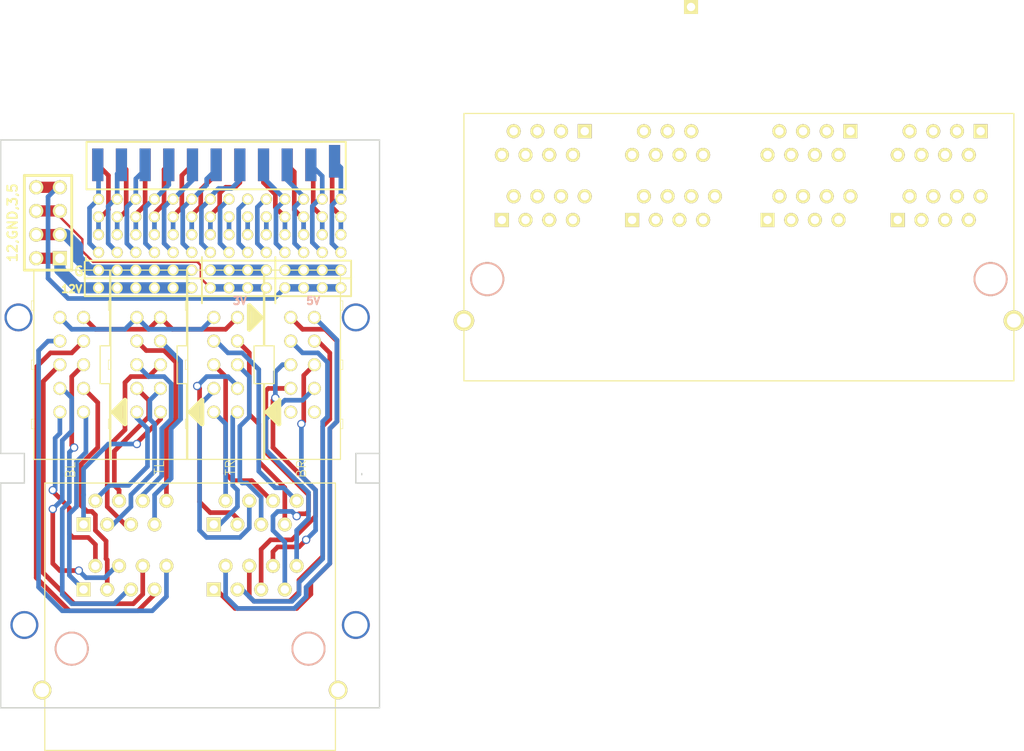
<source format=kicad_pcb>
(kicad_pcb (version 3) (host pcbnew "(2013-07-07 BZR 4022)-stable")

  (general
    (links 0)
    (no_connects 0)
    (area 89.075 46.841409 131.270001 112.842501)
    (thickness 1.6)
    (drawings 25)
    (tracks 499)
    (zones 0)
    (modules 14)
    (nets 1)
  )

  (page A3)
  (layers
    (15 F.Cu signal)
    (0 B.Cu signal)
    (16 B.Adhes user)
    (17 F.Adhes user)
    (18 B.Paste user)
    (19 F.Paste user)
    (20 B.SilkS user)
    (21 F.SilkS user)
    (22 B.Mask user hide)
    (23 F.Mask user hide)
    (24 Dwgs.User user hide)
    (25 Cmts.User user hide)
    (26 Eco1.User user hide)
    (27 Eco2.User user hide)
    (28 Edge.Cuts user)
  )

  (setup
    (last_trace_width 0.254)
    (user_trace_width 0.5)
    (user_trace_width 0.7)
    (user_trace_width 0.8)
    (user_trace_width 1.2)
    (trace_clearance 0.254)
    (zone_clearance 0.508)
    (zone_45_only no)
    (trace_min 0.254)
    (segment_width 0.2)
    (edge_width 0.15)
    (via_size 0.889)
    (via_drill 0.635)
    (via_min_size 0.508)
    (via_min_drill 0.3)
    (user_via 0.508 0.3)
    (user_via 3 2.5)
    (uvia_size 0.508)
    (uvia_drill 0.127)
    (uvias_allowed no)
    (uvia_min_size 0.508)
    (uvia_min_drill 0.127)
    (pcb_text_width 0.3)
    (pcb_text_size 1.5 1.5)
    (mod_edge_width 0.15)
    (mod_text_size 1.5 1.5)
    (mod_text_width 0.15)
    (pad_size 1.50114 1.50114)
    (pad_drill 0.89916)
    (pad_to_mask_clearance 0.2)
    (aux_axis_origin 0 0)
    (visible_elements 7FFFFFFF)
    (pcbplotparams
      (layerselection 3178497)
      (usegerberextensions true)
      (excludeedgelayer true)
      (linewidth 0.100000)
      (plotframeref false)
      (viasonmask false)
      (mode 1)
      (useauxorigin false)
      (hpglpennumber 1)
      (hpglpenspeed 20)
      (hpglpendiameter 15)
      (hpglpenoverlay 2)
      (psnegative false)
      (psa4output false)
      (plotreference true)
      (plotvalue true)
      (plotothertext true)
      (plotinvisibletext false)
      (padsonsilk false)
      (subtractmaskfromsilk false)
      (outputformat 1)
      (mirror false)
      (drillshape 1)
      (scaleselection 1)
      (outputdirectory ""))
  )

  (net 0 "")

  (net_class Default "This is the default net class."
    (clearance 0.254)
    (trace_width 0.254)
    (via_dia 0.889)
    (via_drill 0.635)
    (uvia_dia 0.508)
    (uvia_drill 0.127)
    (add_net "")
  )

  (module FC_5X2   locked (layer F.Cu) (tedit 5548B998) (tstamp 5546A735)
    (at 106.045 71.12 90)
    (path FC_5X2)
    (attr virtual)
    (fp_text reference "" (at 3.81 -3.175 90) (layer F.SilkS) hide
      (effects (font (size 1 1) (thickness 0.0889)))
    )
    (fp_text value TL (at -11.049 1.143 90) (layer F.SilkS)
      (effects (font (size 1.00076 1.00076) (thickness 0.0889)))
    )
    (fp_line (start -0.508 -4.064) (end 0.508 -4.064) (layer F.SilkS) (width 0.06604))
    (fp_line (start 0.508 -4.064) (end 0.508 -4.318) (layer F.SilkS) (width 0.06604))
    (fp_line (start -0.508 -4.318) (end 0.508 -4.318) (layer F.SilkS) (width 0.06604))
    (fp_line (start -0.508 -4.064) (end -0.508 -4.318) (layer F.SilkS) (width 0.06604))
    (fp_line (start -6.858 -4.064) (end -5.842 -4.064) (layer F.SilkS) (width 0.06604))
    (fp_line (start -5.842 -4.064) (end -5.842 -4.318) (layer F.SilkS) (width 0.06604))
    (fp_line (start -6.858 -4.318) (end -5.842 -4.318) (layer F.SilkS) (width 0.06604))
    (fp_line (start -6.858 -4.064) (end -6.858 -4.318) (layer F.SilkS) (width 0.06604))
    (fp_line (start 5.842 -4.064) (end 6.858 -4.064) (layer F.SilkS) (width 0.06604))
    (fp_line (start 6.858 -4.064) (end 6.858 -4.318) (layer F.SilkS) (width 0.06604))
    (fp_line (start 5.842 -4.318) (end 6.858 -4.318) (layer F.SilkS) (width 0.06604))
    (fp_line (start 5.842 -4.064) (end 5.842 -4.318) (layer F.SilkS) (width 0.06604))
    (fp_line (start 10.16 4.064) (end 10.16 -4.064) (layer F.SilkS) (width 0.127))
    (fp_line (start -10.16 -4.064) (end -10.16 4.064) (layer F.SilkS) (width 0.127))
    (fp_line (start -10.16 -4.064) (end 10.16 -4.064) (layer F.SilkS) (width 0.127))
    (fp_line (start 2.032 4.064) (end 2.032 3.048) (layer F.SilkS) (width 0.127))
    (fp_line (start 2.032 3.048) (end -2.032 3.048) (layer F.SilkS) (width 0.127))
    (fp_line (start -2.032 4.064) (end -2.032 3.048) (layer F.SilkS) (width 0.127))
    (fp_line (start 10.16 4.064) (end 2.032 4.064) (layer F.SilkS) (width 0.127))
    (fp_line (start -10.16 4.064) (end -2.032 4.064) (layer F.SilkS) (width 0.127))
    (fp_line (start -5.08 4.445) (end -6.35 5.715) (layer F.SilkS) (width 0.508))
    (fp_line (start -6.35 5.715) (end -3.81 5.715) (layer F.SilkS) (width 0.508))
    (fp_line (start -3.81 5.715) (end -5.08 4.445) (layer F.SilkS) (width 0.508))
    (fp_line (start -5.715 5.207) (end -4.445 5.207) (layer F.SilkS) (width 0.508))
    (fp_line (start -5.08 4.572) (end -5.08 4.953) (layer F.SilkS) (width 0.508))
    (pad 1 thru_hole circle (at -5.08 1.27 90) (size 1.397 2.794) (drill 0.99822)
      (layers *.Cu F.Paste F.SilkS F.Mask)
    )
    (pad 2 thru_hole circle (at -5.08 -1.27 90) (size 1.397 2.794) (drill 0.99822)
      (layers *.Cu F.Paste F.SilkS F.Mask)
    )
    (pad 3 thru_hole circle (at -2.54 1.27 90) (size 1.397 2.794) (drill 0.99822)
      (layers *.Cu F.Paste F.SilkS F.Mask)
    )
    (pad 4 thru_hole circle (at -2.54 -1.27 90) (size 1.397 2.794) (drill 0.99822)
      (layers *.Cu F.Paste F.SilkS F.Mask)
    )
    (pad 5 thru_hole circle (at 0 1.27 90) (size 1.397 2.794) (drill 0.99822)
      (layers *.Cu F.Paste F.SilkS F.Mask)
    )
    (pad 6 thru_hole circle (at 0 -1.27 90) (size 1.397 2.794) (drill 0.99822)
      (layers *.Cu F.Paste F.SilkS F.Mask)
    )
    (pad 7 thru_hole circle (at 2.54 1.27 90) (size 1.397 2.794) (drill 0.99822)
      (layers *.Cu F.Paste F.SilkS F.Mask)
    )
    (pad 8 thru_hole circle (at 2.54 -1.27 90) (size 1.397 2.794) (drill 0.99822)
      (layers *.Cu F.Paste F.SilkS F.Mask)
    )
    (pad 9 thru_hole circle (at 5.08 1.27 90) (size 1.397 2.794) (drill 0.99822)
      (layers *.Cu F.Paste F.SilkS F.Mask)
    )
    (pad 10 thru_hole circle (at 5.08 -1.27 90) (size 1.397 2.794) (drill 0.99822)
      (layers *.Cu F.Paste F.SilkS F.Mask)
    )
  )

  (module FC_5X2   locked (layer F.Cu) (tedit 5548B9AC) (tstamp 5546A782)
    (at 114.3 71.12 90)
    (path FC_5X2)
    (attr virtual)
    (fp_text reference "" (at 3.81 -3.175 90) (layer F.SilkS) hide
      (effects (font (size 1 1) (thickness 0.0889)))
    )
    (fp_text value TR (at -11.049 0.508 90) (layer F.SilkS)
      (effects (font (size 1.00076 1.00076) (thickness 0.0889)))
    )
    (fp_line (start -0.508 -4.064) (end 0.508 -4.064) (layer F.SilkS) (width 0.06604))
    (fp_line (start 0.508 -4.064) (end 0.508 -4.318) (layer F.SilkS) (width 0.06604))
    (fp_line (start -0.508 -4.318) (end 0.508 -4.318) (layer F.SilkS) (width 0.06604))
    (fp_line (start -0.508 -4.064) (end -0.508 -4.318) (layer F.SilkS) (width 0.06604))
    (fp_line (start -6.858 -4.064) (end -5.842 -4.064) (layer F.SilkS) (width 0.06604))
    (fp_line (start -5.842 -4.064) (end -5.842 -4.318) (layer F.SilkS) (width 0.06604))
    (fp_line (start -6.858 -4.318) (end -5.842 -4.318) (layer F.SilkS) (width 0.06604))
    (fp_line (start -6.858 -4.064) (end -6.858 -4.318) (layer F.SilkS) (width 0.06604))
    (fp_line (start 5.842 -4.064) (end 6.858 -4.064) (layer F.SilkS) (width 0.06604))
    (fp_line (start 6.858 -4.064) (end 6.858 -4.318) (layer F.SilkS) (width 0.06604))
    (fp_line (start 5.842 -4.318) (end 6.858 -4.318) (layer F.SilkS) (width 0.06604))
    (fp_line (start 5.842 -4.064) (end 5.842 -4.318) (layer F.SilkS) (width 0.06604))
    (fp_line (start 10.16 4.064) (end 10.16 -4.064) (layer F.SilkS) (width 0.127))
    (fp_line (start -10.16 -4.064) (end -10.16 4.064) (layer F.SilkS) (width 0.127))
    (fp_line (start -10.16 -4.064) (end 10.16 -4.064) (layer F.SilkS) (width 0.127))
    (fp_line (start 2.032 4.064) (end 2.032 3.048) (layer F.SilkS) (width 0.127))
    (fp_line (start 2.032 3.048) (end -2.032 3.048) (layer F.SilkS) (width 0.127))
    (fp_line (start -2.032 4.064) (end -2.032 3.048) (layer F.SilkS) (width 0.127))
    (fp_line (start 10.16 4.064) (end 2.032 4.064) (layer F.SilkS) (width 0.127))
    (fp_line (start -10.16 4.064) (end -2.032 4.064) (layer F.SilkS) (width 0.127))
    (fp_line (start -5.08 4.445) (end -6.35 5.715) (layer F.SilkS) (width 0.508))
    (fp_line (start -6.35 5.715) (end -3.81 5.715) (layer F.SilkS) (width 0.508))
    (fp_line (start -3.81 5.715) (end -5.08 4.445) (layer F.SilkS) (width 0.508))
    (fp_line (start -5.715 5.207) (end -4.445 5.207) (layer F.SilkS) (width 0.508))
    (fp_line (start -5.08 4.572) (end -5.08 4.953) (layer F.SilkS) (width 0.508))
    (pad 1 thru_hole circle (at -5.08 1.27 90) (size 1.397 2.794) (drill 0.99822)
      (layers *.Cu F.Paste F.SilkS F.Mask)
    )
    (pad 2 thru_hole circle (at -5.08 -1.27 90) (size 1.397 2.794) (drill 0.99822)
      (layers *.Cu F.Paste F.SilkS F.Mask)
    )
    (pad 3 thru_hole circle (at -2.54 1.27 90) (size 1.397 2.794) (drill 0.99822)
      (layers *.Cu F.Paste F.SilkS F.Mask)
    )
    (pad 4 thru_hole circle (at -2.54 -1.27 90) (size 1.397 2.794) (drill 0.99822)
      (layers *.Cu F.Paste F.SilkS F.Mask)
    )
    (pad 5 thru_hole circle (at 0 1.27 90) (size 1.397 2.794) (drill 0.99822)
      (layers *.Cu F.Paste F.SilkS F.Mask)
    )
    (pad 6 thru_hole circle (at 0 -1.27 90) (size 1.397 2.794) (drill 0.99822)
      (layers *.Cu F.Paste F.SilkS F.Mask)
    )
    (pad 7 thru_hole circle (at 2.54 1.27 90) (size 1.397 2.794) (drill 0.99822)
      (layers *.Cu F.Paste F.SilkS F.Mask)
    )
    (pad 8 thru_hole circle (at 2.54 -1.27 90) (size 1.397 2.794) (drill 0.99822)
      (layers *.Cu F.Paste F.SilkS F.Mask)
    )
    (pad 9 thru_hole circle (at 5.08 1.27 90) (size 1.397 2.794) (drill 0.99822)
      (layers *.Cu F.Paste F.SilkS F.Mask)
    )
    (pad 10 thru_hole circle (at 5.08 -1.27 90) (size 1.397 2.794) (drill 0.99822)
      (layers *.Cu F.Paste F.SilkS F.Mask)
    )
  )

  (module FC_5X2   locked (layer F.Cu) (tedit 5548B98E) (tstamp 5546A7CF)
    (at 97.79 71.12 90)
    (path FC_5X2)
    (attr virtual)
    (fp_text reference "" (at 3.81 -3.175 90) (layer F.SilkS) hide
      (effects (font (size 1 1) (thickness 0.0889)))
    )
    (fp_text value BL (at -11.303 -0.127 90) (layer F.SilkS)
      (effects (font (size 1.00076 1.00076) (thickness 0.0889)))
    )
    (fp_line (start -0.508 -4.064) (end 0.508 -4.064) (layer F.SilkS) (width 0.06604))
    (fp_line (start 0.508 -4.064) (end 0.508 -4.318) (layer F.SilkS) (width 0.06604))
    (fp_line (start -0.508 -4.318) (end 0.508 -4.318) (layer F.SilkS) (width 0.06604))
    (fp_line (start -0.508 -4.064) (end -0.508 -4.318) (layer F.SilkS) (width 0.06604))
    (fp_line (start -6.858 -4.064) (end -5.842 -4.064) (layer F.SilkS) (width 0.06604))
    (fp_line (start -5.842 -4.064) (end -5.842 -4.318) (layer F.SilkS) (width 0.06604))
    (fp_line (start -6.858 -4.318) (end -5.842 -4.318) (layer F.SilkS) (width 0.06604))
    (fp_line (start -6.858 -4.064) (end -6.858 -4.318) (layer F.SilkS) (width 0.06604))
    (fp_line (start 5.842 -4.064) (end 6.858 -4.064) (layer F.SilkS) (width 0.06604))
    (fp_line (start 6.858 -4.064) (end 6.858 -4.318) (layer F.SilkS) (width 0.06604))
    (fp_line (start 5.842 -4.318) (end 6.858 -4.318) (layer F.SilkS) (width 0.06604))
    (fp_line (start 5.842 -4.064) (end 5.842 -4.318) (layer F.SilkS) (width 0.06604))
    (fp_line (start 10.16 4.064) (end 10.16 -4.064) (layer F.SilkS) (width 0.127))
    (fp_line (start -10.16 -4.064) (end -10.16 4.064) (layer F.SilkS) (width 0.127))
    (fp_line (start -10.16 -4.064) (end 10.16 -4.064) (layer F.SilkS) (width 0.127))
    (fp_line (start 2.032 4.064) (end 2.032 3.048) (layer F.SilkS) (width 0.127))
    (fp_line (start 2.032 3.048) (end -2.032 3.048) (layer F.SilkS) (width 0.127))
    (fp_line (start -2.032 4.064) (end -2.032 3.048) (layer F.SilkS) (width 0.127))
    (fp_line (start 10.16 4.064) (end 2.032 4.064) (layer F.SilkS) (width 0.127))
    (fp_line (start -10.16 4.064) (end -2.032 4.064) (layer F.SilkS) (width 0.127))
    (fp_line (start -5.08 4.445) (end -6.35 5.715) (layer F.SilkS) (width 0.508))
    (fp_line (start -6.35 5.715) (end -3.81 5.715) (layer F.SilkS) (width 0.508))
    (fp_line (start -3.81 5.715) (end -5.08 4.445) (layer F.SilkS) (width 0.508))
    (fp_line (start -5.715 5.207) (end -4.445 5.207) (layer F.SilkS) (width 0.508))
    (fp_line (start -5.08 4.572) (end -5.08 4.953) (layer F.SilkS) (width 0.508))
    (pad 1 thru_hole circle (at -5.08 1.27 90) (size 1.397 2.794) (drill 0.99822)
      (layers *.Cu F.Paste F.SilkS F.Mask)
    )
    (pad 2 thru_hole circle (at -5.08 -1.27 90) (size 1.397 2.794) (drill 0.99822)
      (layers *.Cu F.Paste F.SilkS F.Mask)
    )
    (pad 3 thru_hole circle (at -2.54 1.27 90) (size 1.397 2.794) (drill 0.99822)
      (layers *.Cu F.Paste F.SilkS F.Mask)
    )
    (pad 4 thru_hole circle (at -2.54 -1.27 90) (size 1.397 2.794) (drill 0.99822)
      (layers *.Cu F.Paste F.SilkS F.Mask)
    )
    (pad 5 thru_hole circle (at 0 1.27 90) (size 1.397 2.794) (drill 0.99822)
      (layers *.Cu F.Paste F.SilkS F.Mask)
    )
    (pad 6 thru_hole circle (at 0 -1.27 90) (size 1.397 2.794) (drill 0.99822)
      (layers *.Cu F.Paste F.SilkS F.Mask)
    )
    (pad 7 thru_hole circle (at 2.54 1.27 90) (size 1.397 2.794) (drill 0.99822)
      (layers *.Cu F.Paste F.SilkS F.Mask)
    )
    (pad 8 thru_hole circle (at 2.54 -1.27 90) (size 1.397 2.794) (drill 0.99822)
      (layers *.Cu F.Paste F.SilkS F.Mask)
    )
    (pad 9 thru_hole circle (at 5.08 1.27 90) (size 1.397 2.794) (drill 0.99822)
      (layers *.Cu F.Paste F.SilkS F.Mask)
    )
    (pad 10 thru_hole circle (at 5.08 -1.27 90) (size 1.397 2.794) (drill 0.99822)
      (layers *.Cu F.Paste F.SilkS F.Mask)
    )
  )

  (module FC_5X2   locked (layer F.Cu) (tedit 5548B9BD) (tstamp 5546A81C)
    (at 122.555 71.12 270)
    (path FC_5X2)
    (attr virtual)
    (fp_text reference "" (at 3.81 -3.175 270) (layer F.SilkS) hide
      (effects (font (size 1 1) (thickness 0.0889)))
    )
    (fp_text value BR (at 11.176 0.127 270) (layer F.SilkS)
      (effects (font (size 1.00076 1.00076) (thickness 0.0889)))
    )
    (fp_line (start -0.508 -4.064) (end 0.508 -4.064) (layer F.SilkS) (width 0.06604))
    (fp_line (start 0.508 -4.064) (end 0.508 -4.318) (layer F.SilkS) (width 0.06604))
    (fp_line (start -0.508 -4.318) (end 0.508 -4.318) (layer F.SilkS) (width 0.06604))
    (fp_line (start -0.508 -4.064) (end -0.508 -4.318) (layer F.SilkS) (width 0.06604))
    (fp_line (start -6.858 -4.064) (end -5.842 -4.064) (layer F.SilkS) (width 0.06604))
    (fp_line (start -5.842 -4.064) (end -5.842 -4.318) (layer F.SilkS) (width 0.06604))
    (fp_line (start -6.858 -4.318) (end -5.842 -4.318) (layer F.SilkS) (width 0.06604))
    (fp_line (start -6.858 -4.064) (end -6.858 -4.318) (layer F.SilkS) (width 0.06604))
    (fp_line (start 5.842 -4.064) (end 6.858 -4.064) (layer F.SilkS) (width 0.06604))
    (fp_line (start 6.858 -4.064) (end 6.858 -4.318) (layer F.SilkS) (width 0.06604))
    (fp_line (start 5.842 -4.318) (end 6.858 -4.318) (layer F.SilkS) (width 0.06604))
    (fp_line (start 5.842 -4.064) (end 5.842 -4.318) (layer F.SilkS) (width 0.06604))
    (fp_line (start 10.16 4.064) (end 10.16 -4.064) (layer F.SilkS) (width 0.127))
    (fp_line (start -10.16 -4.064) (end -10.16 4.064) (layer F.SilkS) (width 0.127))
    (fp_line (start -10.16 -4.064) (end 10.16 -4.064) (layer F.SilkS) (width 0.127))
    (fp_line (start 2.032 4.064) (end 2.032 3.048) (layer F.SilkS) (width 0.127))
    (fp_line (start 2.032 3.048) (end -2.032 3.048) (layer F.SilkS) (width 0.127))
    (fp_line (start -2.032 4.064) (end -2.032 3.048) (layer F.SilkS) (width 0.127))
    (fp_line (start 10.16 4.064) (end 2.032 4.064) (layer F.SilkS) (width 0.127))
    (fp_line (start -10.16 4.064) (end -2.032 4.064) (layer F.SilkS) (width 0.127))
    (fp_line (start -5.08 4.445) (end -6.35 5.715) (layer F.SilkS) (width 0.508))
    (fp_line (start -6.35 5.715) (end -3.81 5.715) (layer F.SilkS) (width 0.508))
    (fp_line (start -3.81 5.715) (end -5.08 4.445) (layer F.SilkS) (width 0.508))
    (fp_line (start -5.715 5.207) (end -4.445 5.207) (layer F.SilkS) (width 0.508))
    (fp_line (start -5.08 4.572) (end -5.08 4.953) (layer F.SilkS) (width 0.508))
    (pad 1 thru_hole circle (at -5.08 1.27 270) (size 1.397 2.794) (drill 0.99822)
      (layers *.Cu F.Paste F.SilkS F.Mask)
    )
    (pad 2 thru_hole circle (at -5.08 -1.27 270) (size 1.397 2.794) (drill 0.99822)
      (layers *.Cu F.Paste F.SilkS F.Mask)
    )
    (pad 3 thru_hole circle (at -2.54 1.27 270) (size 1.397 2.794) (drill 0.99822)
      (layers *.Cu F.Paste F.SilkS F.Mask)
    )
    (pad 4 thru_hole circle (at -2.54 -1.27 270) (size 1.397 2.794) (drill 0.99822)
      (layers *.Cu F.Paste F.SilkS F.Mask)
    )
    (pad 5 thru_hole circle (at 0 1.27 270) (size 1.397 2.794) (drill 0.99822)
      (layers *.Cu F.Paste F.SilkS F.Mask)
    )
    (pad 6 thru_hole circle (at 0 -1.27 270) (size 1.397 2.794) (drill 0.99822)
      (layers *.Cu F.Paste F.SilkS F.Mask)
    )
    (pad 7 thru_hole circle (at 2.54 1.27 270) (size 1.397 2.794) (drill 0.99822)
      (layers *.Cu F.Paste F.SilkS F.Mask)
    )
    (pad 8 thru_hole circle (at 2.54 -1.27 270) (size 1.397 2.794) (drill 0.99822)
      (layers *.Cu F.Paste F.SilkS F.Mask)
    )
    (pad 9 thru_hole circle (at 5.08 1.27 270) (size 1.397 2.794) (drill 0.99822)
      (layers *.Cu F.Paste F.SilkS F.Mask)
    )
    (pad 10 thru_hole circle (at 5.08 -1.27 270) (size 1.397 2.794) (drill 0.99822)
      (layers *.Cu F.Paste F.SilkS F.Mask)
    )
  )

  (module RJ45_2X2   locked (layer F.Cu) (tedit 5548B97A) (tstamp 55470EEA)
    (at 110.49 99.06)
    (tags RJ45_2X2)
    (path /534EB5C5)
    (fp_text reference J? (at 0.254 4.826) (layer F.SilkS) hide
      (effects (font (size 1.524 1.524) (thickness 0.3048)))
    )
    (fp_text value RJ45_2x2 (at 0.14224 -0.1016) (layer F.SilkS) hide
      (effects (font (size 1.00076 1.00076) (thickness 0.2032)))
    )
    (fp_line (start -15.59 13.465) (end 15.59 13.465) (layer F.SilkS) (width 0.127))
    (fp_line (start 15.59 13.465) (end 15.59 -15.24) (layer F.SilkS) (width 0.127))
    (fp_line (start 15.59 -15.24) (end -15.59 -15.24) (layer F.SilkS) (width 0.127))
    (fp_line (start -15.59 -15.24) (end -15.59 13.465) (layer F.SilkS) (width 0.127))
    (pad 1 thru_hole rect (at -11.43 -10.795) (size 1.50114 1.50114) (drill 0.89916)
      (layers *.Cu *.Mask F.SilkS)
    )
    (pad 2 thru_hole circle (at -10.16 -13.335) (size 1.50114 1.50114) (drill 0.89916)
      (layers *.Cu *.Mask F.SilkS)
    )
    (pad 3 thru_hole circle (at -8.89 -10.795) (size 1.50114 1.50114) (drill 0.89916)
      (layers *.Cu *.Mask F.SilkS)
    )
    (pad 4 thru_hole circle (at -7.62 -13.335) (size 1.50114 1.50114) (drill 0.89916)
      (layers *.Cu *.Mask F.SilkS)
    )
    (pad 5 thru_hole circle (at -6.35 -10.795) (size 1.50114 1.50114) (drill 0.89916)
      (layers *.Cu *.Mask F.SilkS)
    )
    (pad 6 thru_hole circle (at -5.08 -13.335) (size 1.50114 1.50114) (drill 0.89916)
      (layers *.Cu *.Mask F.SilkS)
    )
    (pad 7 thru_hole circle (at -3.81 -10.795) (size 1.50114 1.50114) (drill 0.89916)
      (layers *.Cu *.Mask F.SilkS)
    )
    (pad 8 thru_hole circle (at -2.54 -13.335) (size 1.50114 1.50114) (drill 0.89916)
      (layers *.Cu *.Mask F.SilkS)
    )
    (pad 9 thru_hole rect (at -11.43 -3.81) (size 1.50114 1.50114) (drill 0.89916)
      (layers *.Cu *.Mask F.SilkS)
    )
    (pad 10 thru_hole circle (at -10.16 -6.35) (size 1.50114 1.50114) (drill 0.89916)
      (layers *.Cu *.Mask F.SilkS)
    )
    (pad 11 thru_hole circle (at -8.89 -3.81) (size 1.50114 1.50114) (drill 0.89916)
      (layers *.Cu *.Mask F.SilkS)
    )
    (pad 12 thru_hole circle (at -7.62 -6.35) (size 1.50114 1.50114) (drill 0.89916)
      (layers *.Cu *.Mask F.SilkS)
    )
    (pad 13 thru_hole circle (at -6.35 -3.81) (size 1.50114 1.50114) (drill 0.89916)
      (layers *.Cu *.Mask F.SilkS)
    )
    (pad 14 thru_hole circle (at -5.08 -6.35) (size 1.50114 1.50114) (drill 0.89916)
      (layers *.Cu *.Mask F.SilkS)
    )
    (pad 15 thru_hole circle (at -3.81 -3.81) (size 1.50114 1.50114) (drill 0.89916)
      (layers *.Cu *.Mask F.SilkS)
    )
    (pad 16 thru_hole circle (at -2.54 -6.35) (size 1.50114 1.50114) (drill 0.89916)
      (layers *.Cu *.Mask F.SilkS)
    )
    (pad 17 thru_hole rect (at 2.54 -10.795) (size 1.50114 1.50114) (drill 0.89916)
      (layers *.Cu *.Mask F.SilkS)
    )
    (pad 18 thru_hole circle (at 3.81 -13.335) (size 1.50114 1.50114) (drill 0.89916)
      (layers *.Cu *.Mask F.SilkS)
    )
    (pad 19 thru_hole circle (at 5.08 -10.795) (size 1.50114 1.50114) (drill 0.89916)
      (layers *.Cu *.Mask F.SilkS)
    )
    (pad 20 thru_hole circle (at 6.35 -13.335) (size 1.50114 1.50114) (drill 0.89916)
      (layers *.Cu *.Mask F.SilkS)
    )
    (pad 21 thru_hole circle (at 7.62 -10.795) (size 1.50114 1.50114) (drill 0.89916)
      (layers *.Cu *.Mask F.SilkS)
    )
    (pad 22 thru_hole circle (at 8.89 -13.335) (size 1.50114 1.50114) (drill 0.89916)
      (layers *.Cu *.Mask F.SilkS)
    )
    (pad 23 thru_hole circle (at 10.16 -10.795) (size 1.50114 1.50114) (drill 0.89916)
      (layers *.Cu *.Mask F.SilkS)
    )
    (pad 24 thru_hole circle (at 11.43 -13.335) (size 1.50114 1.50114) (drill 0.89916)
      (layers *.Cu *.Mask F.SilkS)
    )
    (pad 25 thru_hole rect (at 2.54 -3.81) (size 1.50114 1.50114) (drill 0.89916)
      (layers *.Cu *.Mask F.SilkS)
    )
    (pad 26 thru_hole circle (at 3.81 -6.35) (size 1.50114 1.50114) (drill 0.89916)
      (layers *.Cu *.Mask F.SilkS)
    )
    (pad 27 thru_hole circle (at 5.08 -3.81) (size 1.50114 1.50114) (drill 0.89916)
      (layers *.Cu *.Mask F.SilkS)
    )
    (pad 28 thru_hole circle (at 6.35 -6.35) (size 1.50114 1.50114) (drill 0.89916)
      (layers *.Cu *.Mask F.SilkS)
    )
    (pad 29 thru_hole circle (at 7.62 -3.81) (size 1.50114 1.50114) (drill 0.89916)
      (layers *.Cu *.Mask F.SilkS)
    )
    (pad 30 thru_hole circle (at 8.89 -6.35) (size 1.50114 1.50114) (drill 0.89916)
      (layers *.Cu *.Mask F.SilkS)
    )
    (pad 31 thru_hole circle (at 10.16 -3.81) (size 1.50114 1.50114) (drill 0.89916)
      (layers *.Cu *.Mask F.SilkS)
    )
    (pad 32 thru_hole circle (at 11.43 -6.35) (size 1.50114 1.50114) (drill 0.89916)
      (layers *.Cu *.Mask F.SilkS)
    )
    (pad 33 thru_hole circle (at -15.875 6.985) (size 2 2) (drill 1.5)
      (layers *.Cu *.Mask F.SilkS)
    )
    (pad 34 thru_hole circle (at 15.875 6.985) (size 2 2) (drill 1.5)
      (layers *.Cu *.Mask F.SilkS)
    )
    (pad Hole np_thru_hole circle (at 12.7 2.54) (size 3.64998 3.64998) (drill 3.2512)
      (layers *.Cu *.SilkS *.Mask)
    )
    (pad Hole np_thru_hole circle (at -12.7 2.54) (size 3.64998 3.64998) (drill 3.2512)
      (layers *.Cu *.SilkS *.Mask)
    )
  )

  (module pin_array_4x2 (layer F.Cu) (tedit 5548B948) (tstamp 5547AFB3)
    (at 95.25 55.88 90)
    (descr "Double rangee de contacts 2 x 4 pins")
    (tags CONN)
    (fp_text reference 12,GND,3,5 (at 0 -3.81 90) (layer F.SilkS)
      (effects (font (size 1.016 1.016) (thickness 0.2032)))
    )
    (fp_text value Val** (at 0 3.81 90) (layer F.SilkS) hide
      (effects (font (size 1.016 1.016) (thickness 0.2032)))
    )
    (fp_line (start -5.08 -2.54) (end 5.08 -2.54) (layer F.SilkS) (width 0.3048))
    (fp_line (start 5.08 -2.54) (end 5.08 2.54) (layer F.SilkS) (width 0.3048))
    (fp_line (start 5.08 2.54) (end -5.08 2.54) (layer F.SilkS) (width 0.3048))
    (fp_line (start -5.08 2.54) (end -5.08 -2.54) (layer F.SilkS) (width 0.3048))
    (pad 1 thru_hole rect (at -3.81 1.27 90) (size 1.524 1.524) (drill 1.016)
      (layers *.Cu *.Mask F.SilkS)
    )
    (pad 2 thru_hole circle (at -3.81 -1.27 90) (size 1.524 1.524) (drill 1.016)
      (layers *.Cu *.Mask F.SilkS)
    )
    (pad 3 thru_hole circle (at -1.27 1.27 90) (size 1.524 1.524) (drill 1.016)
      (layers *.Cu *.Mask F.SilkS)
    )
    (pad 4 thru_hole circle (at -1.27 -1.27 90) (size 1.524 1.524) (drill 1.016)
      (layers *.Cu *.Mask F.SilkS)
    )
    (pad 5 thru_hole circle (at 1.27 1.27 90) (size 1.524 1.524) (drill 1.016)
      (layers *.Cu *.Mask F.SilkS)
    )
    (pad 6 thru_hole circle (at 1.27 -1.27 90) (size 1.524 1.524) (drill 1.016)
      (layers *.Cu *.Mask F.SilkS)
    )
    (pad 7 thru_hole circle (at 3.81 1.27 90) (size 1.524 1.524) (drill 1.016)
      (layers *.Cu *.Mask F.SilkS)
    )
    (pad 8 thru_hole circle (at 3.81 -1.27 90) (size 1.524 1.524) (drill 1.016)
      (layers *.Cu *.Mask F.SilkS)
    )
    (model pin_array/pins_array_4x2.wrl
      (at (xyz 0 0 0))
      (scale (xyz 1 1 1))
      (rotate (xyz 0 0 0))
    )
  )

  (module ROW10_2mm (layer F.Cu) (tedit 55476A2A) (tstamp 5547B6FC)
    (at 113.665 62.865)
    (descr "Double rangee de contacts 2 x 8 pins")
    (tags CONN)
    (path /4F6344A8)
    (fp_text reference P? (at 3.5 1.5) (layer F.SilkS) hide
      (effects (font (size 0.8001 0.5) (thickness 0.1)))
    )
    (fp_text value ROW10_2mm (at -1 1.5) (layer F.SilkS) hide
      (effects (font (size 0.8 0.5) (thickness 0.1)))
    )
    (pad 11 thru_hole circle (at 7 0) (size 1.2 1.2) (drill 0.8)
      (layers *.Cu *.Mask F.SilkS)
      (solder_mask_margin 0.1)
      (solder_paste_margin -0.1)
      (clearance 0.1)
    )
    (pad 12 thru_hole circle (at 9 0) (size 1.2 1.2) (drill 0.8)
      (layers *.Cu *.Mask F.SilkS)
      (solder_mask_margin 0.1)
      (solder_paste_margin -0.1)
      (clearance 0.1)
    )
    (pad 14 thru_hole circle (at 13 0) (size 1.2 1.2) (drill 0.8)
      (layers *.Cu *.Mask F.SilkS)
      (solder_mask_margin 0.1)
      (solder_paste_margin -0.1)
      (clearance 0.1)
    )
    (pad 13 thru_hole circle (at 11 0) (size 1.2 1.2) (drill 0.8)
      (layers *.Cu *.Mask F.SilkS)
      (solder_mask_margin 0.1)
      (solder_paste_margin -0.1)
      (clearance 0.1)
    )
    (pad 1 thru_hole circle (at -13 0) (size 1.2 1.2) (drill 0.8)
      (layers *.Cu *.Mask F.SilkS)
      (solder_mask_margin 0.1)
      (solder_paste_margin -0.1)
      (clearance 0.1)
    )
    (pad 2 thru_hole circle (at -11 0) (size 1.2 1.2) (drill 0.8)
      (layers *.Cu *.Mask F.SilkS)
      (solder_mask_margin 0.1)
      (solder_paste_margin -0.1)
      (clearance 0.1)
    )
    (pad 3 thru_hole circle (at -9 0) (size 1.2 1.2) (drill 0.8)
      (layers *.Cu *.Mask F.SilkS)
      (solder_mask_margin 0.1)
      (solder_paste_margin -0.1)
      (clearance 0.1)
    )
    (pad 4 thru_hole circle (at -7 0) (size 1.2 1.2) (drill 0.8)
      (layers *.Cu *.Mask F.SilkS)
      (solder_mask_margin 0.1)
      (solder_paste_margin -0.1)
      (clearance 0.1)
    )
    (pad 5 thru_hole circle (at -5 0) (size 1.2 1.2) (drill 0.8)
      (layers *.Cu *.Mask F.SilkS)
      (solder_mask_margin 0.1)
      (solder_paste_margin -0.1)
      (clearance 0.1)
    )
    (pad 6 thru_hole circle (at -3 0) (size 1.2 1.2) (drill 0.8)
      (layers *.Cu *.Mask F.SilkS)
      (solder_mask_margin 0.1)
      (solder_paste_margin -0.1)
      (clearance 0.1)
    )
    (pad 7 thru_hole circle (at -1 0) (size 1.2 1.2) (drill 0.8)
      (layers *.Cu *.Mask F.SilkS)
      (solder_mask_margin 0.1)
      (solder_paste_margin -0.1)
      (clearance 0.1)
    )
    (pad 8 thru_hole circle (at 1 0) (size 1.2 1.2) (drill 0.8)
      (layers *.Cu *.Mask F.SilkS)
      (solder_mask_margin 0.1)
      (solder_paste_margin -0.1)
      (clearance 0.1)
    )
    (pad 9 thru_hole circle (at 3 0) (size 1.2 1.2) (drill 0.8)
      (layers *.Cu *.Mask F.SilkS)
      (solder_mask_margin 0.1)
      (solder_paste_margin -0.1)
      (clearance 0.1)
    )
    (pad 10 thru_hole circle (at 5 0) (size 1.2 1.2) (drill 0.8)
      (layers *.Cu *.Mask F.SilkS)
      (solder_mask_margin 0.1)
      (solder_paste_margin -0.1)
      (clearance 0.1)
    )
  )

  (module ROW10_2mm (layer F.Cu) (tedit 55476A2A) (tstamp 5547B754)
    (at 113.665 60.96)
    (descr "Double rangee de contacts 2 x 8 pins")
    (tags CONN)
    (path /4F6344A8)
    (fp_text reference P? (at 3.5 1.5) (layer F.SilkS) hide
      (effects (font (size 0.8001 0.5) (thickness 0.1)))
    )
    (fp_text value ROW10_2mm (at -1 1.5) (layer F.SilkS) hide
      (effects (font (size 0.8 0.5) (thickness 0.1)))
    )
    (pad 11 thru_hole circle (at 7 0) (size 1.2 1.2) (drill 0.8)
      (layers *.Cu *.Mask F.SilkS)
      (solder_mask_margin 0.1)
      (solder_paste_margin -0.1)
      (clearance 0.1)
    )
    (pad 12 thru_hole circle (at 9 0) (size 1.2 1.2) (drill 0.8)
      (layers *.Cu *.Mask F.SilkS)
      (solder_mask_margin 0.1)
      (solder_paste_margin -0.1)
      (clearance 0.1)
    )
    (pad 14 thru_hole circle (at 13 0) (size 1.2 1.2) (drill 0.8)
      (layers *.Cu *.Mask F.SilkS)
      (solder_mask_margin 0.1)
      (solder_paste_margin -0.1)
      (clearance 0.1)
    )
    (pad 13 thru_hole circle (at 11 0) (size 1.2 1.2) (drill 0.8)
      (layers *.Cu *.Mask F.SilkS)
      (solder_mask_margin 0.1)
      (solder_paste_margin -0.1)
      (clearance 0.1)
    )
    (pad 1 thru_hole circle (at -13 0) (size 1.2 1.2) (drill 0.8)
      (layers *.Cu *.Mask F.SilkS)
      (solder_mask_margin 0.1)
      (solder_paste_margin -0.1)
      (clearance 0.1)
    )
    (pad 2 thru_hole circle (at -11 0) (size 1.2 1.2) (drill 0.8)
      (layers *.Cu *.Mask F.SilkS)
      (solder_mask_margin 0.1)
      (solder_paste_margin -0.1)
      (clearance 0.1)
    )
    (pad 3 thru_hole circle (at -9 0) (size 1.2 1.2) (drill 0.8)
      (layers *.Cu *.Mask F.SilkS)
      (solder_mask_margin 0.1)
      (solder_paste_margin -0.1)
      (clearance 0.1)
    )
    (pad 4 thru_hole circle (at -7 0) (size 1.2 1.2) (drill 0.8)
      (layers *.Cu *.Mask F.SilkS)
      (solder_mask_margin 0.1)
      (solder_paste_margin -0.1)
      (clearance 0.1)
    )
    (pad 5 thru_hole circle (at -5 0) (size 1.2 1.2) (drill 0.8)
      (layers *.Cu *.Mask F.SilkS)
      (solder_mask_margin 0.1)
      (solder_paste_margin -0.1)
      (clearance 0.1)
    )
    (pad 6 thru_hole circle (at -3 0) (size 1.2 1.2) (drill 0.8)
      (layers *.Cu *.Mask F.SilkS)
      (solder_mask_margin 0.1)
      (solder_paste_margin -0.1)
      (clearance 0.1)
    )
    (pad 7 thru_hole circle (at -1 0) (size 1.2 1.2) (drill 0.8)
      (layers *.Cu *.Mask F.SilkS)
      (solder_mask_margin 0.1)
      (solder_paste_margin -0.1)
      (clearance 0.1)
    )
    (pad 8 thru_hole circle (at 1 0) (size 1.2 1.2) (drill 0.8)
      (layers *.Cu *.Mask F.SilkS)
      (solder_mask_margin 0.1)
      (solder_paste_margin -0.1)
      (clearance 0.1)
    )
    (pad 9 thru_hole circle (at 3 0) (size 1.2 1.2) (drill 0.8)
      (layers *.Cu *.Mask F.SilkS)
      (solder_mask_margin 0.1)
      (solder_paste_margin -0.1)
      (clearance 0.1)
    )
    (pad 10 thru_hole circle (at 5 0) (size 1.2 1.2) (drill 0.8)
      (layers *.Cu *.Mask F.SilkS)
      (solder_mask_margin 0.1)
      (solder_paste_margin -0.1)
      (clearance 0.1)
    )
  )

  (module ROW10_2mm (layer F.Cu) (tedit 55476A2A) (tstamp 5547B777)
    (at 113.665 59.055)
    (descr "Double rangee de contacts 2 x 8 pins")
    (tags CONN)
    (path /4F6344A8)
    (fp_text reference P? (at 3.5 1.5) (layer F.SilkS) hide
      (effects (font (size 0.8001 0.5) (thickness 0.1)))
    )
    (fp_text value ROW10_2mm (at -1 1.5) (layer F.SilkS) hide
      (effects (font (size 0.8 0.5) (thickness 0.1)))
    )
    (pad 11 thru_hole circle (at 7 0) (size 1.2 1.2) (drill 0.8)
      (layers *.Cu *.Mask F.SilkS)
      (solder_mask_margin 0.1)
      (solder_paste_margin -0.1)
      (clearance 0.1)
    )
    (pad 12 thru_hole circle (at 9 0) (size 1.2 1.2) (drill 0.8)
      (layers *.Cu *.Mask F.SilkS)
      (solder_mask_margin 0.1)
      (solder_paste_margin -0.1)
      (clearance 0.1)
    )
    (pad 14 thru_hole circle (at 13 0) (size 1.2 1.2) (drill 0.8)
      (layers *.Cu *.Mask F.SilkS)
      (solder_mask_margin 0.1)
      (solder_paste_margin -0.1)
      (clearance 0.1)
    )
    (pad 13 thru_hole circle (at 11 0) (size 1.2 1.2) (drill 0.8)
      (layers *.Cu *.Mask F.SilkS)
      (solder_mask_margin 0.1)
      (solder_paste_margin -0.1)
      (clearance 0.1)
    )
    (pad 1 thru_hole circle (at -13 0) (size 1.2 1.2) (drill 0.8)
      (layers *.Cu *.Mask F.SilkS)
      (solder_mask_margin 0.1)
      (solder_paste_margin -0.1)
      (clearance 0.1)
    )
    (pad 2 thru_hole circle (at -11 0) (size 1.2 1.2) (drill 0.8)
      (layers *.Cu *.Mask F.SilkS)
      (solder_mask_margin 0.1)
      (solder_paste_margin -0.1)
      (clearance 0.1)
    )
    (pad 3 thru_hole circle (at -9 0) (size 1.2 1.2) (drill 0.8)
      (layers *.Cu *.Mask F.SilkS)
      (solder_mask_margin 0.1)
      (solder_paste_margin -0.1)
      (clearance 0.1)
    )
    (pad 4 thru_hole circle (at -7 0) (size 1.2 1.2) (drill 0.8)
      (layers *.Cu *.Mask F.SilkS)
      (solder_mask_margin 0.1)
      (solder_paste_margin -0.1)
      (clearance 0.1)
    )
    (pad 5 thru_hole circle (at -5 0) (size 1.2 1.2) (drill 0.8)
      (layers *.Cu *.Mask F.SilkS)
      (solder_mask_margin 0.1)
      (solder_paste_margin -0.1)
      (clearance 0.1)
    )
    (pad 6 thru_hole circle (at -3 0) (size 1.2 1.2) (drill 0.8)
      (layers *.Cu *.Mask F.SilkS)
      (solder_mask_margin 0.1)
      (solder_paste_margin -0.1)
      (clearance 0.1)
    )
    (pad 7 thru_hole circle (at -1 0) (size 1.2 1.2) (drill 0.8)
      (layers *.Cu *.Mask F.SilkS)
      (solder_mask_margin 0.1)
      (solder_paste_margin -0.1)
      (clearance 0.1)
    )
    (pad 8 thru_hole circle (at 1 0) (size 1.2 1.2) (drill 0.8)
      (layers *.Cu *.Mask F.SilkS)
      (solder_mask_margin 0.1)
      (solder_paste_margin -0.1)
      (clearance 0.1)
    )
    (pad 9 thru_hole circle (at 3 0) (size 1.2 1.2) (drill 0.8)
      (layers *.Cu *.Mask F.SilkS)
      (solder_mask_margin 0.1)
      (solder_paste_margin -0.1)
      (clearance 0.1)
    )
    (pad 10 thru_hole circle (at 5 0) (size 1.2 1.2) (drill 0.8)
      (layers *.Cu *.Mask F.SilkS)
      (solder_mask_margin 0.1)
      (solder_paste_margin -0.1)
      (clearance 0.1)
    )
  )

  (module ROW10_2mm (layer F.Cu) (tedit 55476A2A) (tstamp 5547B79A)
    (at 113.665 57.15)
    (descr "Double rangee de contacts 2 x 8 pins")
    (tags CONN)
    (path /4F6344A8)
    (fp_text reference P? (at 3.5 1.5) (layer F.SilkS) hide
      (effects (font (size 0.8001 0.5) (thickness 0.1)))
    )
    (fp_text value ROW10_2mm (at -1 1.5) (layer F.SilkS) hide
      (effects (font (size 0.8 0.5) (thickness 0.1)))
    )
    (pad 11 thru_hole circle (at 7 0) (size 1.2 1.2) (drill 0.8)
      (layers *.Cu *.Mask F.SilkS)
      (solder_mask_margin 0.1)
      (solder_paste_margin -0.1)
      (clearance 0.1)
    )
    (pad 12 thru_hole circle (at 9 0) (size 1.2 1.2) (drill 0.8)
      (layers *.Cu *.Mask F.SilkS)
      (solder_mask_margin 0.1)
      (solder_paste_margin -0.1)
      (clearance 0.1)
    )
    (pad 14 thru_hole circle (at 13 0) (size 1.2 1.2) (drill 0.8)
      (layers *.Cu *.Mask F.SilkS)
      (solder_mask_margin 0.1)
      (solder_paste_margin -0.1)
      (clearance 0.1)
    )
    (pad 13 thru_hole circle (at 11 0) (size 1.2 1.2) (drill 0.8)
      (layers *.Cu *.Mask F.SilkS)
      (solder_mask_margin 0.1)
      (solder_paste_margin -0.1)
      (clearance 0.1)
    )
    (pad 1 thru_hole circle (at -13 0) (size 1.2 1.2) (drill 0.8)
      (layers *.Cu *.Mask F.SilkS)
      (solder_mask_margin 0.1)
      (solder_paste_margin -0.1)
      (clearance 0.1)
    )
    (pad 2 thru_hole circle (at -11 0) (size 1.2 1.2) (drill 0.8)
      (layers *.Cu *.Mask F.SilkS)
      (solder_mask_margin 0.1)
      (solder_paste_margin -0.1)
      (clearance 0.1)
    )
    (pad 3 thru_hole circle (at -9 0) (size 1.2 1.2) (drill 0.8)
      (layers *.Cu *.Mask F.SilkS)
      (solder_mask_margin 0.1)
      (solder_paste_margin -0.1)
      (clearance 0.1)
    )
    (pad 4 thru_hole circle (at -7 0) (size 1.2 1.2) (drill 0.8)
      (layers *.Cu *.Mask F.SilkS)
      (solder_mask_margin 0.1)
      (solder_paste_margin -0.1)
      (clearance 0.1)
    )
    (pad 5 thru_hole circle (at -5 0) (size 1.2 1.2) (drill 0.8)
      (layers *.Cu *.Mask F.SilkS)
      (solder_mask_margin 0.1)
      (solder_paste_margin -0.1)
      (clearance 0.1)
    )
    (pad 6 thru_hole circle (at -3 0) (size 1.2 1.2) (drill 0.8)
      (layers *.Cu *.Mask F.SilkS)
      (solder_mask_margin 0.1)
      (solder_paste_margin -0.1)
      (clearance 0.1)
    )
    (pad 7 thru_hole circle (at -1 0) (size 1.2 1.2) (drill 0.8)
      (layers *.Cu *.Mask F.SilkS)
      (solder_mask_margin 0.1)
      (solder_paste_margin -0.1)
      (clearance 0.1)
    )
    (pad 8 thru_hole circle (at 1 0) (size 1.2 1.2) (drill 0.8)
      (layers *.Cu *.Mask F.SilkS)
      (solder_mask_margin 0.1)
      (solder_paste_margin -0.1)
      (clearance 0.1)
    )
    (pad 9 thru_hole circle (at 3 0) (size 1.2 1.2) (drill 0.8)
      (layers *.Cu *.Mask F.SilkS)
      (solder_mask_margin 0.1)
      (solder_paste_margin -0.1)
      (clearance 0.1)
    )
    (pad 10 thru_hole circle (at 5 0) (size 1.2 1.2) (drill 0.8)
      (layers *.Cu *.Mask F.SilkS)
      (solder_mask_margin 0.1)
      (solder_paste_margin -0.1)
      (clearance 0.1)
    )
  )

  (module ROW10_2mm (layer F.Cu) (tedit 55476A2A) (tstamp 5547B7BD)
    (at 113.665 55.245)
    (descr "Double rangee de contacts 2 x 8 pins")
    (tags CONN)
    (path /4F6344A8)
    (fp_text reference P? (at 3.5 1.5) (layer F.SilkS) hide
      (effects (font (size 0.8001 0.5) (thickness 0.1)))
    )
    (fp_text value ROW10_2mm (at -1 1.5) (layer F.SilkS) hide
      (effects (font (size 0.8 0.5) (thickness 0.1)))
    )
    (pad 11 thru_hole circle (at 7 0) (size 1.2 1.2) (drill 0.8)
      (layers *.Cu *.Mask F.SilkS)
      (solder_mask_margin 0.1)
      (solder_paste_margin -0.1)
      (clearance 0.1)
    )
    (pad 12 thru_hole circle (at 9 0) (size 1.2 1.2) (drill 0.8)
      (layers *.Cu *.Mask F.SilkS)
      (solder_mask_margin 0.1)
      (solder_paste_margin -0.1)
      (clearance 0.1)
    )
    (pad 14 thru_hole circle (at 13 0) (size 1.2 1.2) (drill 0.8)
      (layers *.Cu *.Mask F.SilkS)
      (solder_mask_margin 0.1)
      (solder_paste_margin -0.1)
      (clearance 0.1)
    )
    (pad 13 thru_hole circle (at 11 0) (size 1.2 1.2) (drill 0.8)
      (layers *.Cu *.Mask F.SilkS)
      (solder_mask_margin 0.1)
      (solder_paste_margin -0.1)
      (clearance 0.1)
    )
    (pad 1 thru_hole circle (at -13 0) (size 1.2 1.2) (drill 0.8)
      (layers *.Cu *.Mask F.SilkS)
      (solder_mask_margin 0.1)
      (solder_paste_margin -0.1)
      (clearance 0.1)
    )
    (pad 2 thru_hole circle (at -11 0) (size 1.2 1.2) (drill 0.8)
      (layers *.Cu *.Mask F.SilkS)
      (solder_mask_margin 0.1)
      (solder_paste_margin -0.1)
      (clearance 0.1)
    )
    (pad 3 thru_hole circle (at -9 0) (size 1.2 1.2) (drill 0.8)
      (layers *.Cu *.Mask F.SilkS)
      (solder_mask_margin 0.1)
      (solder_paste_margin -0.1)
      (clearance 0.1)
    )
    (pad 4 thru_hole circle (at -7 0) (size 1.2 1.2) (drill 0.8)
      (layers *.Cu *.Mask F.SilkS)
      (solder_mask_margin 0.1)
      (solder_paste_margin -0.1)
      (clearance 0.1)
    )
    (pad 5 thru_hole circle (at -5 0) (size 1.2 1.2) (drill 0.8)
      (layers *.Cu *.Mask F.SilkS)
      (solder_mask_margin 0.1)
      (solder_paste_margin -0.1)
      (clearance 0.1)
    )
    (pad 6 thru_hole circle (at -3 0) (size 1.2 1.2) (drill 0.8)
      (layers *.Cu *.Mask F.SilkS)
      (solder_mask_margin 0.1)
      (solder_paste_margin -0.1)
      (clearance 0.1)
    )
    (pad 7 thru_hole circle (at -1 0) (size 1.2 1.2) (drill 0.8)
      (layers *.Cu *.Mask F.SilkS)
      (solder_mask_margin 0.1)
      (solder_paste_margin -0.1)
      (clearance 0.1)
    )
    (pad 8 thru_hole circle (at 1 0) (size 1.2 1.2) (drill 0.8)
      (layers *.Cu *.Mask F.SilkS)
      (solder_mask_margin 0.1)
      (solder_paste_margin -0.1)
      (clearance 0.1)
    )
    (pad 9 thru_hole circle (at 3 0) (size 1.2 1.2) (drill 0.8)
      (layers *.Cu *.Mask F.SilkS)
      (solder_mask_margin 0.1)
      (solder_paste_margin -0.1)
      (clearance 0.1)
    )
    (pad 10 thru_hole circle (at 5 0) (size 1.2 1.2) (drill 0.8)
      (layers *.Cu *.Mask F.SilkS)
      (solder_mask_margin 0.1)
      (solder_paste_margin -0.1)
      (clearance 0.1)
    )
  )

  (module ROW10_2mm (layer F.Cu) (tedit 55476A2A) (tstamp 5547B7E0)
    (at 113.665 53.34)
    (descr "Double rangee de contacts 2 x 8 pins")
    (tags CONN)
    (path /4F6344A8)
    (fp_text reference P? (at 3.5 1.5) (layer F.SilkS) hide
      (effects (font (size 0.8001 0.5) (thickness 0.1)))
    )
    (fp_text value ROW10_2mm (at -1 1.5) (layer F.SilkS) hide
      (effects (font (size 0.8 0.5) (thickness 0.1)))
    )
    (pad 11 thru_hole circle (at 7 0) (size 1.2 1.2) (drill 0.8)
      (layers *.Cu *.Mask F.SilkS)
      (solder_mask_margin 0.1)
      (solder_paste_margin -0.1)
      (clearance 0.1)
    )
    (pad 12 thru_hole circle (at 9 0) (size 1.2 1.2) (drill 0.8)
      (layers *.Cu *.Mask F.SilkS)
      (solder_mask_margin 0.1)
      (solder_paste_margin -0.1)
      (clearance 0.1)
    )
    (pad 14 thru_hole circle (at 13 0) (size 1.2 1.2) (drill 0.8)
      (layers *.Cu *.Mask F.SilkS)
      (solder_mask_margin 0.1)
      (solder_paste_margin -0.1)
      (clearance 0.1)
    )
    (pad 13 thru_hole circle (at 11 0) (size 1.2 1.2) (drill 0.8)
      (layers *.Cu *.Mask F.SilkS)
      (solder_mask_margin 0.1)
      (solder_paste_margin -0.1)
      (clearance 0.1)
    )
    (pad 1 thru_hole circle (at -13 0) (size 1.2 1.2) (drill 0.8)
      (layers *.Cu *.Mask F.SilkS)
      (solder_mask_margin 0.1)
      (solder_paste_margin -0.1)
      (clearance 0.1)
    )
    (pad 2 thru_hole circle (at -11 0) (size 1.2 1.2) (drill 0.8)
      (layers *.Cu *.Mask F.SilkS)
      (solder_mask_margin 0.1)
      (solder_paste_margin -0.1)
      (clearance 0.1)
    )
    (pad 3 thru_hole circle (at -9 0) (size 1.2 1.2) (drill 0.8)
      (layers *.Cu *.Mask F.SilkS)
      (solder_mask_margin 0.1)
      (solder_paste_margin -0.1)
      (clearance 0.1)
    )
    (pad 4 thru_hole circle (at -7 0) (size 1.2 1.2) (drill 0.8)
      (layers *.Cu *.Mask F.SilkS)
      (solder_mask_margin 0.1)
      (solder_paste_margin -0.1)
      (clearance 0.1)
    )
    (pad 5 thru_hole circle (at -5 0) (size 1.2 1.2) (drill 0.8)
      (layers *.Cu *.Mask F.SilkS)
      (solder_mask_margin 0.1)
      (solder_paste_margin -0.1)
      (clearance 0.1)
    )
    (pad 6 thru_hole circle (at -3 0) (size 1.2 1.2) (drill 0.8)
      (layers *.Cu *.Mask F.SilkS)
      (solder_mask_margin 0.1)
      (solder_paste_margin -0.1)
      (clearance 0.1)
    )
    (pad 7 thru_hole circle (at -1 0) (size 1.2 1.2) (drill 0.8)
      (layers *.Cu *.Mask F.SilkS)
      (solder_mask_margin 0.1)
      (solder_paste_margin -0.1)
      (clearance 0.1)
    )
    (pad 8 thru_hole circle (at 1 0) (size 1.2 1.2) (drill 0.8)
      (layers *.Cu *.Mask F.SilkS)
      (solder_mask_margin 0.1)
      (solder_paste_margin -0.1)
      (clearance 0.1)
    )
    (pad 9 thru_hole circle (at 3 0) (size 1.2 1.2) (drill 0.8)
      (layers *.Cu *.Mask F.SilkS)
      (solder_mask_margin 0.1)
      (solder_paste_margin -0.1)
      (clearance 0.1)
    )
    (pad 10 thru_hole circle (at 5 0) (size 1.2 1.2) (drill 0.8)
      (layers *.Cu *.Mask F.SilkS)
      (solder_mask_margin 0.1)
      (solder_paste_margin -0.1)
      (clearance 0.1)
    )
  )

  (module Conn2mm12x2 (layer F.Cu) (tedit 554793AB) (tstamp 5547BF0F)
    (at 113.284 50.292)
    (descr "2mm conn12x2")
    (tags "Conn 2mm 12x2")
    (path /534EB53D)
    (fp_text reference P? (at 5.588 -0.889) (layer F.SilkS) hide
      (effects (font (size 0.8 0.8) (thickness 0.1)))
    )
    (fp_text value CONN_2mil (at -4.826 -0.635) (layer F.SilkS) hide
      (effects (font (size 0.8 0.8) (thickness 0.1)))
    )
    (fp_line (start 13.90396 -3.09626) (end -11.36396 -3.09626) (layer F.SilkS) (width 0.20066))
    (fp_line (start 13.90396 1.99898) (end 13.90396 -3.09626) (layer F.SilkS) (width 0.20066))
    (fp_line (start -13.90396 1.99898) (end 13.90396 1.99898) (layer F.SilkS) (width 0.20066))
    (fp_line (start 11.36396 -3.09626) (end -13.90396 -3.09626) (layer F.SilkS) (width 0.20066))
    (fp_line (start -13.90396 -3.09626) (end -13.90396 1.99898) (layer F.SilkS) (width 0.20066))
    (pad 21 smd rect (at 12.7 -1.016) (size 1.19888 3.5)
      (layers F.Cu F.Paste F.Mask)
    )
    (pad 22 smd rect (at 12.7 -1.016) (size 1.19888 3.5)
      (layers B.Cu B.Paste B.Mask)
    )
    (pad 20 smd rect (at 10.16 -0.635) (size 1.19888 3.5)
      (layers F.Cu F.Paste F.Mask)
    )
    (pad 19 smd rect (at 10.16 -0.635) (size 1.19888 3.5)
      (layers B.Cu B.Paste B.Mask)
    )
    (pad 18 smd rect (at 7.62 -0.635) (size 1.19888 3.5)
      (layers F.Cu F.Paste F.Mask)
    )
    (pad 17 smd rect (at 7.62 -0.635) (size 1.19888 3.5)
      (layers B.Cu B.Paste B.Mask)
    )
    (pad 15 smd rect (at 5.08 -0.635) (size 1.19888 3.5)
      (layers F.Cu F.Paste F.Mask)
    )
    (pad 16 smd rect (at 5.08 -0.635) (size 1.19888 3.5)
      (layers B.Cu B.Paste B.Mask)
    )
    (pad 12 smd rect (at 0 -0.635) (size 1.19888 3.5)
      (layers B.Cu B.Paste B.Mask)
    )
    (pad 11 smd rect (at 0 -0.635) (size 1.19888 3.5)
      (layers F.Cu F.Paste F.Mask)
    )
    (pad 13 smd rect (at 2.54 -0.635) (size 1.19888 3.5)
      (layers F.Cu F.Paste F.Mask)
    )
    (pad 14 smd rect (at 2.54 -0.635) (size 1.19888 3.5)
      (layers B.Cu B.Paste B.Mask)
    )
    (pad 10 smd rect (at -2.54 -0.635) (size 1.19888 3.5)
      (layers B.Cu B.Paste B.Mask)
    )
    (pad 9 smd rect (at -2.54 -0.635) (size 1.19888 3.5)
      (layers F.Cu F.Paste F.Mask)
    )
    (pad 7 smd rect (at -5.08 -0.635) (size 1.19888 3.5)
      (layers F.Cu F.Paste F.Mask)
    )
    (pad 8 smd rect (at -5.08 -0.635) (size 1.19888 3.5)
      (layers B.Cu B.Paste B.Mask)
    )
    (pad 4 smd rect (at -10.16 -0.635) (size 1.19888 3.5)
      (layers B.Cu B.Paste B.Mask)
    )
    (pad 3 smd rect (at -10.16 -0.635) (size 1.19888 3.5)
      (layers F.Cu F.Paste F.Mask)
    )
    (pad 5 smd rect (at -7.62 -0.635) (size 1.19888 3.5)
      (layers F.Cu F.Paste F.Mask)
    )
    (pad 6 smd rect (at -7.62 -0.635) (size 1.19888 3.5)
      (layers B.Cu B.Paste B.Mask)
    )
    (pad 2 smd rect (at -12.7 -0.635) (size 1.19888 3.5)
      (layers B.Cu B.Paste B.Mask)
    )
    (pad 1 smd rect (at -12.7 -0.635) (size 1.19888 3.5)
      (layers F.Cu F.Paste F.Mask)
    )
  )

  (module RJ45_4X2   locked (layer F.Cu) (tedit 5A73B1CC) (tstamp 5A7465B8)
    (at 169.3672 59.3852)
    (tags RJ45_4X2)
    (path /534EB5C5)
    (fp_text reference J? (at 0.254 4.826) (layer F.SilkS) hide
      (effects (font (size 1.524 1.524) (thickness 0.3048)))
    )
    (fp_text value RJ45_4x2 (at 0.14224 -0.1016) (layer F.SilkS) hide
      (effects (font (size 1.00076 1.00076) (thickness 0.2032)))
    )
    (fp_line (start 29.5 -15.24) (end 29.5 13.465) (layer F.SilkS) (width 0.127))
    (fp_line (start -29.5 13.465) (end 29.5 13.465) (layer F.SilkS) (width 0.127))
    (fp_line (start 29.5 -15.24) (end -29.5 -15.24) (layer F.SilkS) (width 0.127))
    (fp_line (start -29.5 -15.24) (end -29.5 13.465) (layer F.SilkS) (width 0.127))
    (pad 64 thru_hole circle (at 25.93 -6.35) (size 1.50114 1.50114) (drill 0.89916)
      (layers *.Cu *.Mask F.SilkS)
    )
    (pad 63 thru_hole circle (at 24.66 -3.81) (size 1.50114 1.50114) (drill 0.89916)
      (layers *.Cu *.Mask F.SilkS)
    )
    (pad 62 thru_hole circle (at 23.39 -6.35) (size 1.50114 1.50114) (drill 0.89916)
      (layers *.Cu *.Mask F.SilkS)
    )
    (pad 61 thru_hole circle (at 22.12 -3.81) (size 1.50114 1.50114) (drill 0.89916)
      (layers *.Cu *.Mask F.SilkS)
    )
    (pad 60 thru_hole circle (at 20.85 -6.35) (size 1.50114 1.50114) (drill 0.89916)
      (layers *.Cu *.Mask F.SilkS)
    )
    (pad 59 thru_hole circle (at 19.58 -3.81) (size 1.50114 1.50114) (drill 0.89916)
      (layers *.Cu *.Mask F.SilkS)
    )
    (pad 58 thru_hole circle (at 18.31 -6.35) (size 1.50114 1.50114) (drill 0.89916)
      (layers *.Cu *.Mask F.SilkS)
    )
    (pad 57 thru_hole rect (at 17.04 -3.81) (size 1.50114 1.50114) (drill 0.89916)
      (layers *.Cu *.Mask F.SilkS)
    )
    (pad 49 thru_hole rect (at 25.93 -13.335) (size 1.50114 1.50114) (drill 0.89916)
      (layers *.Cu *.Mask F.SilkS)
    )
    (pad 50 thru_hole circle (at 24.66 -10.795) (size 1.50114 1.50114) (drill 0.89916)
      (layers *.Cu *.Mask F.SilkS)
    )
    (pad 51 thru_hole circle (at 23.39 -13.335) (size 1.50114 1.50114) (drill 0.89916)
      (layers *.Cu *.Mask F.SilkS)
    )
    (pad 52 thru_hole circle (at 22.12 -10.795) (size 1.50114 1.50114) (drill 0.89916)
      (layers *.Cu *.Mask F.SilkS)
    )
    (pad 53 thru_hole circle (at 20.85 -13.335) (size 1.50114 1.50114) (drill 0.89916)
      (layers *.Cu *.Mask F.SilkS)
    )
    (pad 54 thru_hole circle (at 19.58 -10.795) (size 1.50114 1.50114) (drill 0.89916)
      (layers *.Cu *.Mask F.SilkS)
    )
    (pad 55 thru_hole circle (at 18.31 -13.335) (size 1.50114 1.50114) (drill 0.89916)
      (layers *.Cu *.Mask F.SilkS)
    )
    (pad 56 thru_hole circle (at 17.04 -10.795) (size 1.50114 1.50114) (drill 0.89916)
      (layers *.Cu *.Mask F.SilkS)
    )
    (pad 48 thru_hole circle (at 11.96 -6.35) (size 1.50114 1.50114) (drill 0.89916)
      (layers *.Cu *.Mask F.SilkS)
    )
    (pad 47 thru_hole circle (at 10.69 -3.81) (size 1.50114 1.50114) (drill 0.89916)
      (layers *.Cu *.Mask F.SilkS)
    )
    (pad 46 thru_hole circle (at 9.42 -6.35) (size 1.50114 1.50114) (drill 0.89916)
      (layers *.Cu *.Mask F.SilkS)
    )
    (pad 45 thru_hole circle (at 8.15 -3.81) (size 1.50114 1.50114) (drill 0.89916)
      (layers *.Cu *.Mask F.SilkS)
    )
    (pad 44 thru_hole circle (at 6.88 -6.35) (size 1.50114 1.50114) (drill 0.89916)
      (layers *.Cu *.Mask F.SilkS)
    )
    (pad 43 thru_hole circle (at 5.61 -3.81) (size 1.50114 1.50114) (drill 0.89916)
      (layers *.Cu *.Mask F.SilkS)
    )
    (pad 42 thru_hole circle (at 4.34 -6.35) (size 1.50114 1.50114) (drill 0.89916)
      (layers *.Cu *.Mask F.SilkS)
    )
    (pad 41 thru_hole rect (at 3.07 -3.81) (size 1.50114 1.50114) (drill 0.89916)
      (layers *.Cu *.Mask F.SilkS)
    )
    (pad 33 thru_hole rect (at 11.96 -13.335) (size 1.50114 1.50114) (drill 0.89916)
      (layers *.Cu *.Mask F.SilkS)
    )
    (pad 34 thru_hole circle (at 10.69 -10.795) (size 1.50114 1.50114) (drill 0.89916)
      (layers *.Cu *.Mask F.SilkS)
    )
    (pad 35 thru_hole circle (at 9.42 -13.335) (size 1.50114 1.50114) (drill 0.89916)
      (layers *.Cu *.Mask F.SilkS)
    )
    (pad 36 thru_hole circle (at 8.15 -10.795) (size 1.50114 1.50114) (drill 0.89916)
      (layers *.Cu *.Mask F.SilkS)
    )
    (pad 37 thru_hole circle (at 6.88 -13.335) (size 1.50114 1.50114) (drill 0.89916)
      (layers *.Cu *.Mask F.SilkS)
    )
    (pad 38 thru_hole circle (at 5.61 -10.795) (size 1.50114 1.50114) (drill 0.89916)
      (layers *.Cu *.Mask F.SilkS)
    )
    (pad 39 thru_hole circle (at 4.34 -13.335) (size 1.50114 1.50114) (drill 0.89916)
      (layers *.Cu *.Mask F.SilkS)
    )
    (pad 40 thru_hole circle (at 3.07 -10.795) (size 1.50114 1.50114) (drill 0.89916)
      (layers *.Cu *.Mask F.SilkS)
    )
    (pad 8 thru_hole circle (at -25.43 -10.795) (size 1.50114 1.50114) (drill 0.89916)
      (layers *.Cu *.Mask F.SilkS)
    )
    (pad 7 thru_hole circle (at -24.16 -13.335) (size 1.50114 1.50114) (drill 0.89916)
      (layers *.Cu *.Mask F.SilkS)
    )
    (pad 6 thru_hole circle (at -22.89 -10.795) (size 1.50114 1.50114) (drill 0.89916)
      (layers *.Cu *.Mask F.SilkS)
    )
    (pad 5 thru_hole circle (at -21.62 -13.335) (size 1.50114 1.50114) (drill 0.89916)
      (layers *.Cu *.Mask F.SilkS)
    )
    (pad 4 thru_hole circle (at -20.35 -10.795) (size 1.50114 1.50114) (drill 0.89916)
      (layers *.Cu *.Mask F.SilkS)
    )
    (pad 3 thru_hole circle (at -19.08 -13.335) (size 1.50114 1.50114) (drill 0.89916)
      (layers *.Cu *.Mask F.SilkS)
    )
    (pad 2 thru_hole circle (at -17.81 -10.795) (size 1.50114 1.50114) (drill 0.89916)
      (layers *.Cu *.Mask F.SilkS)
    )
    (pad 1 thru_hole rect (at -16.54 -13.335) (size 1.50114 1.50114) (drill 0.89916)
      (layers *.Cu *.Mask F.SilkS)
    )
    (pad 9 thru_hole rect (at -25.43 -3.81) (size 1.50114 1.50114) (drill 0.89916)
      (layers *.Cu *.Mask F.SilkS)
    )
    (pad 10 thru_hole circle (at -24.16 -6.35) (size 1.50114 1.50114) (drill 0.89916)
      (layers *.Cu *.Mask F.SilkS)
    )
    (pad 11 thru_hole circle (at -22.89 -3.81) (size 1.50114 1.50114) (drill 0.89916)
      (layers *.Cu *.Mask F.SilkS)
    )
    (pad 12 thru_hole circle (at -21.62 -6.35) (size 1.50114 1.50114) (drill 0.89916)
      (layers *.Cu *.Mask F.SilkS)
    )
    (pad 13 thru_hole circle (at -20.35 -3.81) (size 1.50114 1.50114) (drill 0.89916)
      (layers *.Cu *.Mask F.SilkS)
    )
    (pad 14 thru_hole circle (at -19.08 -6.35) (size 1.50114 1.50114) (drill 0.89916)
      (layers *.Cu *.Mask F.SilkS)
    )
    (pad 15 thru_hole circle (at -17.81 -3.81) (size 1.50114 1.50114) (drill 0.89916)
      (layers *.Cu *.Mask F.SilkS)
    )
    (pad 16 thru_hole circle (at -16.54 -6.35) (size 1.50114 1.50114) (drill 0.89916)
      (layers *.Cu *.Mask F.SilkS)
    )
    (pad 24 thru_hole circle (at -11.46 -10.795) (size 1.50114 1.50114) (drill 0.89916)
      (layers *.Cu *.Mask F.SilkS)
    )
    (pad 23 thru_hole circle (at -10.19 -13.335) (size 1.50114 1.50114) (drill 0.89916)
      (layers *.Cu *.Mask F.SilkS)
    )
    (pad 22 thru_hole circle (at -8.92 -10.795) (size 1.50114 1.50114) (drill 0.89916)
      (layers *.Cu *.Mask F.SilkS)
    )
    (pad 21 thru_hole circle (at -7.65 -13.335) (size 1.50114 1.50114) (drill 0.89916)
      (layers *.Cu *.Mask F.SilkS)
    )
    (pad 20 thru_hole circle (at -6.38 -10.795) (size 1.50114 1.50114) (drill 0.89916)
      (layers *.Cu *.Mask F.SilkS)
    )
    (pad 19 thru_hole circle (at -5.11 -13.335) (size 1.50114 1.50114) (drill 0.89916)
      (layers *.Cu *.Mask F.SilkS)
    )
    (pad 18 thru_hole circle (at -3.84 -10.795) (size 1.50114 1.50114) (drill 0.89916)
      (layers *.Cu *.Mask F.SilkS)
    )
    (pad 17 thru_hole rect (at -5.14 -26.67) (size 1.50114 1.50114) (drill 0.89916)
      (layers *.Cu *.Mask F.SilkS)
    )
    (pad 25 thru_hole rect (at -11.46 -3.81) (size 1.50114 1.50114) (drill 0.89916)
      (layers *.Cu *.Mask F.SilkS)
    )
    (pad 26 thru_hole circle (at -10.19 -6.35) (size 1.50114 1.50114) (drill 0.89916)
      (layers *.Cu *.Mask F.SilkS)
    )
    (pad 27 thru_hole circle (at -8.92 -3.81) (size 1.50114 1.50114) (drill 0.89916)
      (layers *.Cu *.Mask F.SilkS)
    )
    (pad 28 thru_hole circle (at -7.65 -6.35) (size 1.50114 1.50114) (drill 0.89916)
      (layers *.Cu *.Mask F.SilkS)
    )
    (pad 29 thru_hole circle (at -6.38 -3.81) (size 1.50114 1.50114) (drill 0.89916)
      (layers *.Cu *.Mask F.SilkS)
    )
    (pad 30 thru_hole circle (at -5.11 -6.35) (size 1.50114 1.50114) (drill 0.89916)
      (layers *.Cu *.Mask F.SilkS)
    )
    (pad 31 thru_hole circle (at -3.84 -3.81) (size 1.50114 1.50114) (drill 0.89916)
      (layers *.Cu *.Mask F.SilkS)
    )
    (pad 32 thru_hole circle (at -2.57 -6.35) (size 1.50114 1.50114) (drill 0.89916)
      (layers *.Cu *.Mask F.SilkS)
    )
    (pad 33 thru_hole circle (at -29.5 7) (size 2.2 2.2) (drill 1.5)
      (layers *.Cu *.Mask F.SilkS)
    )
    (pad 34 thru_hole circle (at 29.5 7) (size 2.2 2.2) (drill 1.5)
      (layers *.Cu *.Mask F.SilkS)
    )
    (pad "" np_thru_hole circle (at 27 2.54) (size 3.64998 3.64998) (drill 3.2512)
      (layers *.Cu *.SilkS *.Mask)
    )
    (pad "" np_thru_hole circle (at -27 2.54) (size 3.64998 3.64998) (drill 3.2512)
      (layers *.Cu *.SilkS *.Mask)
    )
  )

  (gr_text 5V (at 123.698 64.262) (layer B.SilkS)
    (effects (font (size 0.8 0.8) (thickness 0.2)))
  )
  (gr_text 3V (at 115.824 64.262) (layer B.SilkS)
    (effects (font (size 0.8 0.8) (thickness 0.2)))
  )
  (gr_text G (at 98.552 61.087) (layer F.SilkS)
    (effects (font (size 1 1) (thickness 0.2)))
  )
  (gr_text 12V (at 97.79 62.992) (layer F.SilkS)
    (effects (font (size 0.8 0.8) (thickness 0.2)))
  )
  (gr_line (start 119.634 59.563) (end 119.634 64.516) (angle 90) (layer F.SilkS) (width 0.2))
  (gr_line (start 111.76 59.563) (end 111.76 64.516) (angle 90) (layer F.SilkS) (width 0.2))
  (gr_line (start 127.762 61.849) (end 127.762 61.595) (angle 90) (layer F.SilkS) (width 0.2))
  (gr_line (start 99.187 61.849) (end 127.762 61.849) (angle 90) (layer F.SilkS) (width 0.2))
  (gr_line (start 99.314 59.944) (end 99.314 59.563) (angle 90) (layer F.SilkS) (width 0.2))
  (gr_line (start 127.762 59.944) (end 99.314 59.944) (angle 90) (layer F.SilkS) (width 0.2))
  (gr_line (start 127.762 63.754) (end 127.762 59.944) (angle 90) (layer F.SilkS) (width 0.2))
  (gr_line (start 99.187 63.754) (end 127.762 63.754) (angle 90) (layer F.SilkS) (width 0.2))
  (gr_line (start 99.187 60.071) (end 99.187 63.754) (angle 90) (layer F.SilkS) (width 0.2))
  (gr_line (start 128.27 80.645) (end 130.81 80.645) (angle 90) (layer Edge.Cuts) (width 0.15))
  (gr_line (start 128.27 83.82) (end 128.27 80.645) (angle 90) (layer Edge.Cuts) (width 0.15))
  (gr_line (start 130.81 83.82) (end 128.27 83.82) (angle 90) (layer Edge.Cuts) (width 0.15))
  (gr_line (start 90.17 80.645) (end 90.17 46.99) (angle 90) (layer Edge.Cuts) (width 0.15))
  (gr_line (start 90.17 107.95) (end 90.17 83.82) (angle 90) (layer Edge.Cuts) (width 0.15))
  (gr_line (start 92.71 80.645) (end 90.17 80.645) (angle 90) (layer Edge.Cuts) (width 0.15))
  (gr_line (start 92.71 83.82) (end 92.71 80.645) (angle 90) (layer Edge.Cuts) (width 0.15))
  (gr_line (start 90.17 83.82) (end 92.71 83.82) (angle 90) (layer Edge.Cuts) (width 0.15))
  (gr_line (start 128.905 82.804) (end 128.905 82.931) (angle 90) (layer Edge.Cuts) (width 0.15))
  (gr_line (start 130.81 46.99) (end 130.81 107.95) (angle 90) (layer Edge.Cuts) (width 0.15))
  (gr_line (start 90.17 46.99) (end 130.81 46.99) (angle 90) (layer Edge.Cuts) (width 0.15))
  (gr_line (start 90.17 107.95) (end 130.81 107.95) (angle 90) (layer Edge.Cuts) (width 0.15))

  (segment (start 115.57 88.265) (end 115.57 87.63) (width 0.5) (layer F.Cu) (net 0))
  (segment (start 115.57 73.406) (end 114.554 72.39) (width 0.5) (layer B.Cu) (net 0) (tstamp 5547BD64))
  (segment (start 114.554 72.39) (end 112.268 72.39) (width 0.5) (layer B.Cu) (net 0) (tstamp 5547BD65))
  (segment (start 112.268 72.39) (end 111.252 73.406) (width 0.5) (layer B.Cu) (net 0) (tstamp 5547BD66))
  (via (at 111.252 73.406) (size 0.889) (layers F.Cu B.Cu) (net 0))
  (segment (start 111.252 73.406) (end 111.506 73.66) (width 0.5) (layer F.Cu) (net 0) (tstamp 5547BD69))
  (segment (start 111.506 73.66) (end 111.506 85.852) (width 0.5) (layer F.Cu) (net 0) (tstamp 5547BD6A))
  (segment (start 115.57 73.406) (end 115.57 73.66) (width 0.5) (layer B.Cu) (net 0))
  (segment (start 112.649 86.995) (end 111.506 85.852) (width 0.5) (layer F.Cu) (net 0) (tstamp 5548B719))
  (segment (start 114.935 86.995) (end 112.649 86.995) (width 0.5) (layer F.Cu) (net 0) (tstamp 5548B716))
  (segment (start 115.57 87.63) (end 114.935 86.995) (width 0.5) (layer F.Cu) (net 0) (tstamp 5548B710))
  (segment (start 101.6 95.25) (end 101.6 93.599) (width 0.5) (layer F.Cu) (net 0))
  (segment (start 98.806 86.233) (end 98.806 81.788) (width 0.5) (layer F.Cu) (net 0) (tstamp 5547BC9A))
  (segment (start 98.806 81.788) (end 100.584 80.01) (width 0.5) (layer F.Cu) (net 0) (tstamp 5547BC9B))
  (segment (start 100.584 80.01) (end 100.584 75.184) (width 0.5) (layer F.Cu) (net 0) (tstamp 5547BC9C))
  (segment (start 100.584 75.184) (end 99.06 73.66) (width 0.5) (layer F.Cu) (net 0) (tstamp 5547BC9D))
  (segment (start 99.441 86.868) (end 98.806 86.233) (width 0.5) (layer F.Cu) (net 0) (tstamp 5548B6B8))
  (segment (start 99.949 86.868) (end 99.441 86.868) (width 0.5) (layer F.Cu) (net 0) (tstamp 5548B6B5))
  (segment (start 100.33 87.249) (end 99.949 86.868) (width 0.5) (layer F.Cu) (net 0) (tstamp 5548B6B1))
  (segment (start 100.33 88.9) (end 100.33 87.249) (width 0.5) (layer F.Cu) (net 0) (tstamp 5548B6AD))
  (segment (start 101.473 90.043) (end 100.33 88.9) (width 0.5) (layer F.Cu) (net 0) (tstamp 5548B6AA))
  (segment (start 101.473 91.948) (end 101.473 90.043) (width 0.5) (layer F.Cu) (net 0) (tstamp 5548B6A2))
  (segment (start 101.6 92.075) (end 101.473 91.948) (width 0.5) (layer F.Cu) (net 0) (tstamp 5548B6A0))
  (segment (start 101.6 93.599) (end 101.6 92.075) (width 0.5) (layer F.Cu) (net 0) (tstamp 5548B69E))
  (segment (start 104.775 79.629) (end 104.775 79.502) (width 0.5) (layer F.Cu) (net 0))
  (via (at 104.775 79.629) (size 0.889) (layers F.Cu B.Cu) (net 0))
  (segment (start 101.727 79.629) (end 104.775 79.629) (width 0.5) (layer B.Cu) (net 0) (tstamp 5547BB45))
  (segment (start 99.06 82.296) (end 101.727 79.629) (width 0.5) (layer B.Cu) (net 0) (tstamp 5547BB44))
  (segment (start 99.06 85.09) (end 99.06 82.296) (width 0.5) (layer B.Cu) (net 0) (tstamp 5547BB43))
  (segment (start 107.315 76.962) (end 107.315 76.2) (width 0.5) (layer F.Cu) (net 0) (tstamp 5548B635))
  (segment (start 104.775 79.502) (end 107.315 76.962) (width 0.5) (layer F.Cu) (net 0) (tstamp 5548B630))
  (segment (start 107.315 76.581) (end 107.315 76.2) (width 0.5) (layer F.Cu) (net 0) (tstamp 5547BB49))
  (segment (start 96.52 52.07) (end 96.266 52.07) (width 0.5) (layer B.Cu) (net 0))
  (segment (start 96.266 52.07) (end 95.25 53.086) (width 0.5) (layer B.Cu) (net 0) (tstamp 5547C263))
  (segment (start 95.25 53.086) (end 95.25 61.849) (width 0.5) (layer B.Cu) (net 0) (tstamp 5547C264))
  (segment (start 95.25 61.849) (end 97.409 64.008) (width 0.5) (layer B.Cu) (net 0) (tstamp 5547C266))
  (segment (start 97.409 64.008) (end 119.522 64.008) (width 0.5) (layer B.Cu) (net 0) (tstamp 5547C267))
  (segment (start 119.522 64.008) (end 120.665 62.865) (width 0.5) (layer B.Cu) (net 0) (tstamp 5547C269))
  (segment (start 96.52 54.61) (end 96.52 55.245) (width 0.254) (layer F.Cu) (net 0))
  (segment (start 111.633 61.833) (end 112.665 62.865) (width 0.254) (layer F.Cu) (net 0) (tstamp 5547C25F))
  (segment (start 111.633 60.452) (end 111.633 61.833) (width 0.254) (layer F.Cu) (net 0) (tstamp 5547C25E))
  (segment (start 111.252 60.071) (end 111.633 60.452) (width 0.254) (layer F.Cu) (net 0) (tstamp 5547C25D))
  (segment (start 111.379 60.071) (end 111.252 60.071) (width 0.254) (layer F.Cu) (net 0) (tstamp 5547C25C))
  (segment (start 100.076 60.071) (end 111.379 60.071) (width 0.254) (layer F.Cu) (net 0) (tstamp 5547C25A))
  (segment (start 98.933 58.928) (end 100.076 60.071) (width 0.254) (layer F.Cu) (net 0) (tstamp 5547C258))
  (segment (start 98.933 57.658) (end 98.933 58.928) (width 0.254) (layer F.Cu) (net 0) (tstamp 5547C256))
  (segment (start 96.52 55.245) (end 98.933 57.658) (width 0.254) (layer F.Cu) (net 0) (tstamp 5547C255))
  (segment (start 107.315 66.04) (end 106.045 67.31) (width 0.5) (layer F.Cu) (net 0))
  (segment (start 100.33 67.31) (end 99.06 66.04) (width 0.5) (layer F.Cu) (net 0) (tstamp 5547C244))
  (segment (start 106.045 67.31) (end 100.33 67.31) (width 0.5) (layer F.Cu) (net 0) (tstamp 5547C243))
  (segment (start 115.57 66.04) (end 114.3 67.31) (width 0.5) (layer F.Cu) (net 0))
  (segment (start 108.585 67.31) (end 107.315 66.04) (width 0.5) (layer F.Cu) (net 0) (tstamp 5547C23F))
  (segment (start 114.3 67.31) (end 108.585 67.31) (width 0.5) (layer F.Cu) (net 0) (tstamp 5547C23E))
  (segment (start 104.775 66.04) (end 106.045 67.31) (width 0.5) (layer B.Cu) (net 0))
  (segment (start 111.76 67.31) (end 113.03 66.04) (width 0.5) (layer B.Cu) (net 0) (tstamp 5547C23A))
  (segment (start 106.045 67.31) (end 111.76 67.31) (width 0.5) (layer B.Cu) (net 0) (tstamp 5547C239))
  (segment (start 96.52 66.04) (end 97.79 67.31) (width 0.5) (layer B.Cu) (net 0))
  (segment (start 103.505 67.31) (end 104.775 66.04) (width 0.5) (layer B.Cu) (net 0) (tstamp 5547C235))
  (segment (start 97.79 67.31) (end 103.505 67.31) (width 0.5) (layer B.Cu) (net 0) (tstamp 5547C234))
  (segment (start 96.52 59.69) (end 96.52 60.96) (width 1.2) (layer B.Cu) (net 0))
  (segment (start 98.425 62.865) (end 100.665 62.865) (width 1.2) (layer B.Cu) (net 0) (tstamp 5547C230))
  (segment (start 96.52 60.96) (end 98.425 62.865) (width 1.2) (layer B.Cu) (net 0) (tstamp 5547C22F))
  (segment (start 96.52 57.15) (end 97.155 57.15) (width 1.2) (layer B.Cu) (net 0))
  (segment (start 99.695 60.96) (end 100.665 60.96) (width 1.2) (layer B.Cu) (net 0) (tstamp 5547C22C))
  (segment (start 98.425 59.69) (end 99.695 60.96) (width 1.2) (layer B.Cu) (net 0) (tstamp 5547C22B))
  (segment (start 98.425 58.42) (end 98.425 59.69) (width 1.2) (layer B.Cu) (net 0) (tstamp 5547C22A))
  (segment (start 97.155 57.15) (end 98.425 58.42) (width 1.2) (layer B.Cu) (net 0) (tstamp 5547C229))
  (via (at 128.27 66.04) (size 3) (drill 2.5) (layers F.Cu B.Cu) (net 0))
  (segment (start 91.44 65.405) (end 92.075 66.04) (width 0.254) (layer B.Cu) (net 0))
  (via (at 92.075 66.04) (size 3) (drill 2.5) (layers F.Cu B.Cu) (net 0))
  (via (at 92.71 99.06) (size 3) (drill 2.5) (layers F.Cu B.Cu) (net 0))
  (segment (start 127.635 99.06) (end 128.27 99.06) (width 0.254) (layer B.Cu) (net 0))
  (via (at 128.27 99.06) (size 3) (drill 2.5) (layers F.Cu B.Cu) (net 0))
  (segment (start 120.665 60.96) (end 126.665 60.96) (width 1.2) (layer B.Cu) (net 0))
  (segment (start 112.665 62.865) (end 118.665 62.865) (width 0.8) (layer B.Cu) (net 0))
  (segment (start 112.665 60.96) (end 118.665 60.96) (width 1.2) (layer B.Cu) (net 0))
  (segment (start 100.665 62.865) (end 110.665 62.865) (width 1.2) (layer B.Cu) (net 0))
  (segment (start 100.665 60.96) (end 110.665 60.96) (width 1.2) (layer B.Cu) (net 0))
  (segment (start 112.665 60.96) (end 114.665 60.96) (width 0.5) (layer B.Cu) (net 0))
  (segment (start 126.665 55.245) (end 126.665 55.164) (width 0.5) (layer F.Cu) (net 0))
  (segment (start 125.73 49.53) (end 125.984 49.276) (width 0.5) (layer F.Cu) (net 0) (tstamp 5547C0A1))
  (segment (start 125.73 54.229) (end 125.73 49.53) (width 0.5) (layer F.Cu) (net 0) (tstamp 5547C0A0))
  (segment (start 126.665 55.164) (end 125.73 54.229) (width 0.5) (layer F.Cu) (net 0) (tstamp 5547C09F))
  (segment (start 124.665 55.245) (end 124.665 55.196) (width 0.5) (layer F.Cu) (net 0))
  (segment (start 123.698 49.911) (end 123.444 49.657) (width 0.5) (layer F.Cu) (net 0) (tstamp 5547C09C))
  (segment (start 123.698 54.229) (end 123.698 49.911) (width 0.5) (layer F.Cu) (net 0) (tstamp 5547C09B))
  (segment (start 124.665 55.196) (end 123.698 54.229) (width 0.5) (layer F.Cu) (net 0) (tstamp 5547C09A))
  (segment (start 122.665 55.245) (end 122.428 55.245) (width 0.5) (layer F.Cu) (net 0))
  (segment (start 121.666 50.419) (end 120.904 49.657) (width 0.5) (layer F.Cu) (net 0) (tstamp 5547C097))
  (segment (start 121.666 54.483) (end 121.666 50.419) (width 0.5) (layer F.Cu) (net 0) (tstamp 5547C096))
  (segment (start 122.428 55.245) (end 121.666 54.483) (width 0.5) (layer F.Cu) (net 0) (tstamp 5547C095))
  (segment (start 118.364 49.657) (end 118.364 51.562) (width 0.5) (layer F.Cu) (net 0))
  (segment (start 119.634 54.214) (end 120.665 55.245) (width 0.5) (layer F.Cu) (net 0) (tstamp 5547C092))
  (segment (start 119.634 52.832) (end 119.634 54.214) (width 0.5) (layer F.Cu) (net 0) (tstamp 5547C091))
  (segment (start 118.364 51.562) (end 119.634 52.832) (width 0.5) (layer F.Cu) (net 0) (tstamp 5547C090))
  (segment (start 112.665 55.245) (end 112.665 55.102) (width 0.5) (layer F.Cu) (net 0))
  (segment (start 115.824 51.562) (end 115.824 49.657) (width 0.5) (layer F.Cu) (net 0) (tstamp 5547C08D))
  (segment (start 115.316 52.07) (end 115.824 51.562) (width 0.5) (layer F.Cu) (net 0) (tstamp 5547C08C))
  (segment (start 114.3 52.07) (end 115.316 52.07) (width 0.5) (layer F.Cu) (net 0) (tstamp 5547C08B))
  (segment (start 113.665 52.705) (end 114.3 52.07) (width 0.5) (layer F.Cu) (net 0) (tstamp 5547C08A))
  (segment (start 113.665 54.102) (end 113.665 52.705) (width 0.5) (layer F.Cu) (net 0) (tstamp 5547C089))
  (segment (start 112.665 55.102) (end 113.665 54.102) (width 0.5) (layer F.Cu) (net 0) (tstamp 5547C088))
  (segment (start 110.665 55.245) (end 110.665 55.07) (width 0.5) (layer F.Cu) (net 0))
  (segment (start 113.284 50.673) (end 113.284 49.657) (width 0.5) (layer F.Cu) (net 0) (tstamp 5547C085))
  (segment (start 111.633 52.324) (end 113.284 50.673) (width 0.5) (layer F.Cu) (net 0) (tstamp 5547C084))
  (segment (start 111.633 54.102) (end 111.633 52.324) (width 0.5) (layer F.Cu) (net 0) (tstamp 5547C083))
  (segment (start 110.665 55.07) (end 111.633 54.102) (width 0.5) (layer F.Cu) (net 0) (tstamp 5547C082))
  (segment (start 108.665 55.245) (end 108.665 55.165) (width 0.5) (layer F.Cu) (net 0))
  (segment (start 109.601 50.8) (end 110.744 49.657) (width 0.5) (layer F.Cu) (net 0) (tstamp 5547C07F))
  (segment (start 109.601 54.229) (end 109.601 50.8) (width 0.5) (layer F.Cu) (net 0) (tstamp 5547C07E))
  (segment (start 108.665 55.165) (end 109.601 54.229) (width 0.5) (layer F.Cu) (net 0) (tstamp 5547C07D))
  (segment (start 106.665 55.245) (end 106.665 54.879) (width 0.5) (layer F.Cu) (net 0))
  (segment (start 107.696 50.165) (end 108.204 49.657) (width 0.5) (layer F.Cu) (net 0) (tstamp 5547C07A))
  (segment (start 107.696 53.848) (end 107.696 50.165) (width 0.5) (layer F.Cu) (net 0) (tstamp 5547C079))
  (segment (start 106.665 54.879) (end 107.696 53.848) (width 0.5) (layer F.Cu) (net 0) (tstamp 5547C078))
  (segment (start 104.665 55.245) (end 104.665 54.974) (width 0.5) (layer F.Cu) (net 0))
  (segment (start 105.664 53.975) (end 105.664 49.657) (width 0.5) (layer F.Cu) (net 0) (tstamp 5547C075))
  (segment (start 104.665 54.974) (end 105.664 53.975) (width 0.5) (layer F.Cu) (net 0) (tstamp 5547C074))
  (segment (start 102.665 55.245) (end 102.997 55.245) (width 0.5) (layer F.Cu) (net 0))
  (segment (start 103.632 50.165) (end 103.124 49.657) (width 0.5) (layer F.Cu) (net 0) (tstamp 5547C071))
  (segment (start 103.632 54.61) (end 103.632 50.165) (width 0.5) (layer F.Cu) (net 0) (tstamp 5547C070))
  (segment (start 102.997 55.245) (end 103.632 54.61) (width 0.5) (layer F.Cu) (net 0) (tstamp 5547C06F))
  (segment (start 100.665 55.245) (end 100.965 55.245) (width 0.5) (layer F.Cu) (net 0))
  (segment (start 101.727 50.8) (end 100.584 49.657) (width 0.5) (layer F.Cu) (net 0) (tstamp 5547C06C))
  (segment (start 101.727 54.483) (end 101.727 50.8) (width 0.5) (layer F.Cu) (net 0) (tstamp 5547C06B))
  (segment (start 100.965 55.245) (end 101.727 54.483) (width 0.5) (layer F.Cu) (net 0) (tstamp 5547C06A))
  (segment (start 120.665 53.34) (end 120.65 53.34) (width 0.5) (layer B.Cu) (net 0))
  (segment (start 118.364 51.054) (end 118.364 49.657) (width 0.5) (layer B.Cu) (net 0) (tstamp 5547C062))
  (segment (start 120.65 53.34) (end 118.364 51.054) (width 0.5) (layer B.Cu) (net 0) (tstamp 5547C061))
  (segment (start 122.665 53.34) (end 122.665 53.069) (width 0.5) (layer B.Cu) (net 0))
  (segment (start 120.904 51.308) (end 120.904 49.657) (width 0.5) (layer B.Cu) (net 0) (tstamp 5547C05D))
  (segment (start 122.665 53.069) (end 120.904 51.308) (width 0.5) (layer B.Cu) (net 0) (tstamp 5547C05C))
  (segment (start 124.665 53.34) (end 124.665 50.878) (width 0.5) (layer B.Cu) (net 0))
  (segment (start 124.665 50.878) (end 123.444 49.657) (width 0.5) (layer B.Cu) (net 0) (tstamp 5547C058))
  (segment (start 126.665 53.34) (end 126.665 49.957) (width 0.5) (layer B.Cu) (net 0))
  (segment (start 126.665 49.957) (end 125.984 49.276) (width 0.5) (layer B.Cu) (net 0) (tstamp 5547C055))
  (segment (start 112.665 53.34) (end 112.665 53.07) (width 0.5) (layer B.Cu) (net 0))
  (segment (start 115.824 51.308) (end 115.824 49.657) (width 0.5) (layer B.Cu) (net 0) (tstamp 5547C034))
  (segment (start 114.935 52.197) (end 115.824 51.308) (width 0.5) (layer B.Cu) (net 0) (tstamp 5547C033))
  (segment (start 113.538 52.197) (end 114.935 52.197) (width 0.5) (layer B.Cu) (net 0) (tstamp 5547C032))
  (segment (start 112.665 53.07) (end 113.538 52.197) (width 0.5) (layer B.Cu) (net 0) (tstamp 5547C031))
  (segment (start 110.665 53.34) (end 110.744 53.34) (width 0.5) (layer B.Cu) (net 0))
  (segment (start 112.268 51.181) (end 113.284 50.165) (width 0.5) (layer B.Cu) (net 0) (tstamp 5547BFFC))
  (segment (start 112.268 51.816) (end 112.268 51.181) (width 0.5) (layer B.Cu) (net 0) (tstamp 5547BFFB))
  (segment (start 110.744 53.34) (end 112.268 51.816) (width 0.5) (layer B.Cu) (net 0) (tstamp 5547BFFA))
  (segment (start 108.665 53.34) (end 108.712 53.34) (width 0.5) (layer B.Cu) (net 0))
  (segment (start 110.744 51.308) (end 110.744 50.165) (width 0.5) (layer B.Cu) (net 0) (tstamp 5547BFF7))
  (segment (start 108.712 53.34) (end 110.744 51.308) (width 0.5) (layer B.Cu) (net 0) (tstamp 5547BFF6))
  (segment (start 106.665 53.34) (end 106.68 53.34) (width 0.5) (layer B.Cu) (net 0))
  (segment (start 108.204 51.816) (end 108.204 50.165) (width 0.5) (layer B.Cu) (net 0) (tstamp 5547BFF3))
  (segment (start 106.68 53.34) (end 108.204 51.816) (width 0.5) (layer B.Cu) (net 0) (tstamp 5547BFF2))
  (segment (start 104.665 53.34) (end 104.665 51.164) (width 0.5) (layer B.Cu) (net 0))
  (segment (start 104.665 51.164) (end 105.664 50.165) (width 0.5) (layer B.Cu) (net 0) (tstamp 5547BFEF))
  (segment (start 102.665 53.34) (end 102.665 50.624) (width 0.5) (layer B.Cu) (net 0))
  (segment (start 102.665 50.624) (end 103.124 50.165) (width 0.5) (layer B.Cu) (net 0) (tstamp 5547BFEC))
  (segment (start 100.665 53.34) (end 100.665 50.246) (width 0.5) (layer B.Cu) (net 0))
  (segment (start 100.665 50.246) (end 100.584 50.165) (width 0.5) (layer B.Cu) (net 0) (tstamp 5547BFE9))
  (segment (start 113.03 95.25) (end 113.284 95.25) (width 0.5) (layer F.Cu) (net 0))
  (segment (start 122.555 67.31) (end 121.285 66.04) (width 0.5) (layer F.Cu) (net 0) (tstamp 5547BE6A))
  (segment (start 124.968 67.31) (end 122.555 67.31) (width 0.5) (layer F.Cu) (net 0) (tstamp 5547BE69))
  (segment (start 126.238 68.58) (end 124.968 67.31) (width 0.5) (layer F.Cu) (net 0) (tstamp 5547BE68))
  (segment (start 126.238 77.216) (end 126.238 68.58) (width 0.5) (layer F.Cu) (net 0) (tstamp 5547BE67))
  (segment (start 125.476 77.978) (end 126.238 77.216) (width 0.5) (layer F.Cu) (net 0) (tstamp 5547BE66))
  (segment (start 125.476 92.456) (end 125.476 77.978) (width 0.5) (layer F.Cu) (net 0) (tstamp 5547BE64))
  (segment (start 123.444 94.488) (end 125.476 92.456) (width 0.5) (layer F.Cu) (net 0) (tstamp 5547BE63))
  (segment (start 123.444 95.758) (end 123.444 94.488) (width 0.5) (layer F.Cu) (net 0) (tstamp 5547BE62))
  (segment (start 121.92 97.282) (end 123.444 95.758) (width 0.5) (layer F.Cu) (net 0) (tstamp 5547BE61))
  (segment (start 115.316 97.282) (end 121.92 97.282) (width 0.5) (layer F.Cu) (net 0) (tstamp 5547BE5F))
  (segment (start 113.284 95.25) (end 115.316 97.282) (width 0.5) (layer F.Cu) (net 0) (tstamp 5547BE5E))
  (segment (start 114.3 92.71) (end 114.3 96.012) (width 0.5) (layer B.Cu) (net 0))
  (segment (start 126.238 68.453) (end 123.825 66.04) (width 0.5) (layer B.Cu) (net 0) (tstamp 5547BE5A))
  (segment (start 126.238 77.216) (end 126.238 68.453) (width 0.5) (layer B.Cu) (net 0) (tstamp 5547BE59))
  (segment (start 125.476 77.978) (end 126.238 77.216) (width 0.5) (layer B.Cu) (net 0) (tstamp 5547BE58))
  (segment (start 125.476 92.456) (end 125.476 77.978) (width 0.5) (layer B.Cu) (net 0) (tstamp 5547BE57))
  (segment (start 122.936 94.996) (end 125.476 92.456) (width 0.5) (layer B.Cu) (net 0) (tstamp 5547BE56))
  (segment (start 122.936 96.012) (end 122.936 94.996) (width 0.5) (layer B.Cu) (net 0) (tstamp 5547BE55))
  (segment (start 121.666 97.282) (end 122.936 96.012) (width 0.5) (layer B.Cu) (net 0) (tstamp 5547BE54))
  (segment (start 115.57 97.282) (end 121.666 97.282) (width 0.5) (layer B.Cu) (net 0) (tstamp 5547BE53))
  (segment (start 114.3 96.012) (end 115.57 97.282) (width 0.5) (layer B.Cu) (net 0) (tstamp 5547BE52))
  (segment (start 115.57 95.25) (end 116.078 95.25) (width 0.5) (layer B.Cu) (net 0))
  (segment (start 122.555 69.85) (end 121.285 68.58) (width 0.5) (layer B.Cu) (net 0) (tstamp 5547BE4F))
  (segment (start 124.206 69.85) (end 122.555 69.85) (width 0.5) (layer B.Cu) (net 0) (tstamp 5547BE4E))
  (segment (start 125.222 70.866) (end 124.206 69.85) (width 0.5) (layer B.Cu) (net 0) (tstamp 5547BE4D))
  (segment (start 125.222 76.708) (end 125.222 70.866) (width 0.5) (layer B.Cu) (net 0) (tstamp 5547BE4C))
  (segment (start 124.714 77.216) (end 125.222 76.708) (width 0.5) (layer B.Cu) (net 0) (tstamp 5547BE4B))
  (segment (start 124.714 91.948) (end 124.714 77.216) (width 0.5) (layer B.Cu) (net 0) (tstamp 5547BE49))
  (segment (start 122.174 94.488) (end 124.714 91.948) (width 0.5) (layer B.Cu) (net 0) (tstamp 5547BE48))
  (segment (start 122.174 95.758) (end 122.174 94.488) (width 0.5) (layer B.Cu) (net 0) (tstamp 5547BE47))
  (segment (start 121.412 96.52) (end 122.174 95.758) (width 0.5) (layer B.Cu) (net 0) (tstamp 5547BE46))
  (segment (start 117.348 96.52) (end 121.412 96.52) (width 0.5) (layer B.Cu) (net 0) (tstamp 5547BE45))
  (segment (start 116.078 95.25) (end 117.348 96.52) (width 0.5) (layer B.Cu) (net 0) (tstamp 5547BE44))
  (segment (start 116.84 92.71) (end 116.84 96.012) (width 0.5) (layer F.Cu) (net 0))
  (segment (start 124.206 68.58) (end 123.825 68.58) (width 0.5) (layer F.Cu) (net 0) (tstamp 5547BE41))
  (segment (start 125.476 69.85) (end 124.206 68.58) (width 0.5) (layer F.Cu) (net 0) (tstamp 5547BE40))
  (segment (start 125.476 76.962) (end 125.476 69.85) (width 0.5) (layer F.Cu) (net 0) (tstamp 5547BE3F))
  (segment (start 124.714 77.724) (end 125.476 76.962) (width 0.5) (layer F.Cu) (net 0) (tstamp 5547BE3E))
  (segment (start 124.714 91.694) (end 124.714 77.724) (width 0.5) (layer F.Cu) (net 0) (tstamp 5547BE3C))
  (segment (start 122.174 94.234) (end 124.714 91.694) (width 0.5) (layer F.Cu) (net 0) (tstamp 5547BE3B))
  (segment (start 122.174 95.504) (end 122.174 94.234) (width 0.5) (layer F.Cu) (net 0) (tstamp 5547BE3A))
  (segment (start 121.158 96.52) (end 122.174 95.504) (width 0.5) (layer F.Cu) (net 0) (tstamp 5547BE39))
  (segment (start 117.348 96.52) (end 121.158 96.52) (width 0.5) (layer F.Cu) (net 0) (tstamp 5547BE38))
  (segment (start 116.84 96.012) (end 117.348 96.52) (width 0.5) (layer F.Cu) (net 0) (tstamp 5547BE37))
  (segment (start 119.38 92.71) (end 119.38 91.186) (width 0.5) (layer F.Cu) (net 0))
  (segment (start 122.682 72.263) (end 123.825 71.12) (width 0.5) (layer F.Cu) (net 0) (tstamp 5547BE34))
  (segment (start 122.682 77.216) (end 122.682 72.263) (width 0.5) (layer F.Cu) (net 0) (tstamp 5547BE33))
  (segment (start 122.428 77.47) (end 122.682 77.216) (width 0.5) (layer F.Cu) (net 0) (tstamp 5547BE32))
  (via (at 122.428 77.47) (size 0.889) (layers F.Cu B.Cu) (net 0))
  (segment (start 122.428 83.058) (end 122.428 77.47) (width 0.5) (layer B.Cu) (net 0) (tstamp 5547BE2F))
  (segment (start 123.952 84.582) (end 122.428 83.058) (width 0.5) (layer B.Cu) (net 0) (tstamp 5547BE2E))
  (segment (start 123.952 88.9) (end 123.952 84.582) (width 0.5) (layer B.Cu) (net 0) (tstamp 5547BE2D))
  (segment (start 122.936 89.916) (end 123.952 88.9) (width 0.5) (layer B.Cu) (net 0) (tstamp 5547BE2C))
  (via (at 122.936 89.916) (size 0.889) (layers F.Cu B.Cu) (net 0))
  (segment (start 122.174 90.678) (end 122.936 89.916) (width 0.5) (layer F.Cu) (net 0) (tstamp 5547BE29))
  (segment (start 119.888 90.678) (end 122.174 90.678) (width 0.5) (layer F.Cu) (net 0) (tstamp 5547BE28))
  (segment (start 119.38 91.186) (end 119.888 90.678) (width 0.5) (layer F.Cu) (net 0) (tstamp 5547BE27))
  (segment (start 118.11 95.25) (end 118.11 90.932) (width 0.5) (layer F.Cu) (net 0))
  (segment (start 120.396 71.12) (end 121.285 71.12) (width 0.5) (layer B.Cu) (net 0) (tstamp 5547BE23))
  (segment (start 119.634 71.882) (end 120.396 71.12) (width 0.5) (layer B.Cu) (net 0) (tstamp 5547BE22))
  (segment (start 119.634 74.676) (end 119.634 71.882) (width 0.5) (layer B.Cu) (net 0) (tstamp 5547BE21))
  (via (at 119.634 74.676) (size 0.889) (layers F.Cu B.Cu) (net 0))
  (segment (start 119.38 74.93) (end 119.634 74.676) (width 0.5) (layer F.Cu) (net 0) (tstamp 5547BE1E))
  (segment (start 119.38 80.01) (end 119.38 74.93) (width 0.5) (layer F.Cu) (net 0) (tstamp 5547BE1D))
  (segment (start 123.952 84.582) (end 119.38 80.01) (width 0.5) (layer F.Cu) (net 0) (tstamp 5547BE1C))
  (segment (start 123.952 87.376) (end 123.952 84.582) (width 0.5) (layer F.Cu) (net 0) (tstamp 5547BE1A))
  (segment (start 121.412 89.916) (end 123.952 87.376) (width 0.5) (layer F.Cu) (net 0) (tstamp 5547BE18))
  (segment (start 119.126 89.916) (end 121.412 89.916) (width 0.5) (layer F.Cu) (net 0) (tstamp 5547BE17))
  (segment (start 118.11 90.932) (end 119.126 89.916) (width 0.5) (layer F.Cu) (net 0) (tstamp 5547BE16))
  (segment (start 120.65 95.25) (end 120.65 90.17) (width 0.5) (layer B.Cu) (net 0))
  (segment (start 118.872 73.66) (end 121.285 73.66) (width 0.5) (layer F.Cu) (net 0) (tstamp 5547BE13))
  (segment (start 118.618 73.914) (end 118.872 73.66) (width 0.5) (layer F.Cu) (net 0) (tstamp 5547BE12))
  (segment (start 118.618 80.518) (end 118.618 73.914) (width 0.5) (layer F.Cu) (net 0) (tstamp 5547BE10))
  (segment (start 123.19 85.09) (end 118.618 80.518) (width 0.5) (layer F.Cu) (net 0) (tstamp 5547BE0F))
  (segment (start 123.19 86.868) (end 123.19 85.09) (width 0.5) (layer F.Cu) (net 0) (tstamp 5547BE0E))
  (segment (start 122.936 87.122) (end 123.19 86.868) (width 0.5) (layer F.Cu) (net 0) (tstamp 5547BE0D))
  (segment (start 122.174 87.122) (end 122.936 87.122) (width 0.5) (layer F.Cu) (net 0) (tstamp 5547BE0C))
  (segment (start 121.92 87.376) (end 122.174 87.122) (width 0.5) (layer F.Cu) (net 0) (tstamp 5547BE0B))
  (via (at 121.92 87.376) (size 0.889) (layers F.Cu B.Cu) (net 0))
  (segment (start 121.412 86.868) (end 121.92 87.376) (width 0.5) (layer B.Cu) (net 0) (tstamp 5547BE08))
  (segment (start 119.888 86.868) (end 121.412 86.868) (width 0.5) (layer B.Cu) (net 0) (tstamp 5547BE07))
  (segment (start 119.38 87.376) (end 119.888 86.868) (width 0.5) (layer B.Cu) (net 0) (tstamp 5547BE06))
  (segment (start 119.38 88.9) (end 119.38 87.376) (width 0.5) (layer B.Cu) (net 0) (tstamp 5547BE05))
  (segment (start 120.65 90.17) (end 119.38 88.9) (width 0.5) (layer B.Cu) (net 0) (tstamp 5547BE04))
  (segment (start 121.92 92.71) (end 121.92 88.9) (width 0.5) (layer B.Cu) (net 0))
  (segment (start 122.555 74.93) (end 123.825 73.66) (width 0.5) (layer B.Cu) (net 0) (tstamp 5547BDDA))
  (segment (start 120.65 74.93) (end 122.555 74.93) (width 0.5) (layer B.Cu) (net 0) (tstamp 5547BDD9))
  (segment (start 118.618 76.962) (end 120.65 74.93) (width 0.5) (layer B.Cu) (net 0) (tstamp 5547BDD8))
  (segment (start 118.618 80.264) (end 118.618 76.962) (width 0.5) (layer B.Cu) (net 0) (tstamp 5547BDD7))
  (segment (start 123.19 84.836) (end 118.618 80.264) (width 0.5) (layer B.Cu) (net 0) (tstamp 5547BDD6))
  (segment (start 123.19 87.63) (end 123.19 84.836) (width 0.5) (layer B.Cu) (net 0) (tstamp 5547BDD5))
  (segment (start 121.92 88.9) (end 123.19 87.63) (width 0.5) (layer B.Cu) (net 0) (tstamp 5547BDD4))
  (segment (start 113.03 68.58) (end 113.284 68.58) (width 0.5) (layer B.Cu) (net 0))
  (segment (start 120.523 84.328) (end 121.92 85.725) (width 0.5) (layer B.Cu) (net 0) (tstamp 5547BD9C))
  (segment (start 119.634 84.328) (end 120.523 84.328) (width 0.5) (layer B.Cu) (net 0) (tstamp 5547BD9B))
  (segment (start 117.856 82.55) (end 119.634 84.328) (width 0.5) (layer B.Cu) (net 0) (tstamp 5547BD9A))
  (segment (start 117.856 71.628) (end 117.856 82.55) (width 0.5) (layer B.Cu) (net 0) (tstamp 5547BD99))
  (segment (start 116.078 69.85) (end 117.856 71.628) (width 0.5) (layer B.Cu) (net 0) (tstamp 5547BD98))
  (segment (start 114.554 69.85) (end 116.078 69.85) (width 0.5) (layer B.Cu) (net 0) (tstamp 5547BD97))
  (segment (start 113.284 68.58) (end 114.554 69.85) (width 0.5) (layer B.Cu) (net 0) (tstamp 5547BD96))
  (segment (start 120.65 88.265) (end 120.65 84.328) (width 0.5) (layer F.Cu) (net 0))
  (segment (start 116.84 69.85) (end 115.57 68.58) (width 0.5) (layer F.Cu) (net 0) (tstamp 5547BD93))
  (segment (start 116.84 76.454) (end 116.84 69.85) (width 0.5) (layer F.Cu) (net 0) (tstamp 5547BD92))
  (segment (start 117.856 77.47) (end 116.84 76.454) (width 0.5) (layer F.Cu) (net 0) (tstamp 5547BD91))
  (segment (start 117.856 81.534) (end 117.856 77.47) (width 0.5) (layer F.Cu) (net 0) (tstamp 5547BD8F))
  (segment (start 120.65 84.328) (end 117.856 81.534) (width 0.5) (layer F.Cu) (net 0) (tstamp 5547BD8E))
  (segment (start 119.38 85.725) (end 119.253 85.725) (width 0.5) (layer F.Cu) (net 0))
  (segment (start 114.3 72.39) (end 113.03 71.12) (width 0.5) (layer F.Cu) (net 0) (tstamp 5547BD74))
  (segment (start 114.3 82.804) (end 114.3 72.39) (width 0.5) (layer F.Cu) (net 0) (tstamp 5547BD73))
  (segment (start 115.062 83.566) (end 114.3 82.804) (width 0.5) (layer F.Cu) (net 0) (tstamp 5547BD72))
  (segment (start 117.094 83.566) (end 115.062 83.566) (width 0.5) (layer F.Cu) (net 0) (tstamp 5547BD71))
  (segment (start 119.253 85.725) (end 117.094 83.566) (width 0.5) (layer F.Cu) (net 0) (tstamp 5547BD70))
  (segment (start 118.11 88.265) (end 118.11 85.344) (width 0.5) (layer B.Cu) (net 0))
  (segment (start 116.84 72.39) (end 115.57 71.12) (width 0.5) (layer B.Cu) (net 0) (tstamp 5547BD60))
  (segment (start 116.84 76.708) (end 116.84 72.39) (width 0.5) (layer B.Cu) (net 0) (tstamp 5547BD5F))
  (segment (start 115.824 77.724) (end 116.84 76.708) (width 0.5) (layer B.Cu) (net 0) (tstamp 5547BD5E))
  (segment (start 115.824 83.566) (end 115.824 77.724) (width 0.5) (layer B.Cu) (net 0) (tstamp 5547BD5D))
  (segment (start 116.078 83.82) (end 115.824 83.566) (width 0.5) (layer B.Cu) (net 0) (tstamp 5547BD5C))
  (segment (start 116.586 83.82) (end 116.078 83.82) (width 0.5) (layer B.Cu) (net 0) (tstamp 5547BD5B))
  (segment (start 118.11 85.344) (end 116.586 83.82) (width 0.5) (layer B.Cu) (net 0) (tstamp 5547BD5A))
  (segment (start 116.84 85.725) (end 116.84 88.646) (width 0.5) (layer B.Cu) (net 0))
  (segment (start 113.03 73.914) (end 113.03 73.66) (width 0.5) (layer B.Cu) (net 0) (tstamp 5547BD57))
  (segment (start 111.506 75.438) (end 113.03 73.914) (width 0.5) (layer B.Cu) (net 0) (tstamp 5547BD56))
  (segment (start 111.506 88.9) (end 111.506 75.438) (width 0.5) (layer B.Cu) (net 0) (tstamp 5547BD55))
  (segment (start 112.268 89.662) (end 111.506 88.9) (width 0.5) (layer B.Cu) (net 0) (tstamp 5547BD54))
  (segment (start 115.824 89.662) (end 112.268 89.662) (width 0.5) (layer B.Cu) (net 0) (tstamp 5547BD53))
  (segment (start 116.84 88.646) (end 115.824 89.662) (width 0.5) (layer B.Cu) (net 0) (tstamp 5547BD52))
  (segment (start 113.03 88.265) (end 113.665 88.265) (width 0.5) (layer B.Cu) (net 0))
  (segment (start 115.062 76.708) (end 115.57 76.2) (width 0.5) (layer B.Cu) (net 0) (tstamp 5547BD3C))
  (segment (start 115.062 84.074) (end 115.062 76.708) (width 0.5) (layer B.Cu) (net 0) (tstamp 5547BD3B))
  (segment (start 115.57 84.582) (end 115.062 84.074) (width 0.5) (layer B.Cu) (net 0) (tstamp 5547BD3A))
  (segment (start 115.57 86.36) (end 115.57 84.582) (width 0.5) (layer B.Cu) (net 0) (tstamp 5547BD39))
  (segment (start 113.665 88.265) (end 115.57 86.36) (width 0.5) (layer B.Cu) (net 0) (tstamp 5547BD38))
  (segment (start 114.3 85.725) (end 114.3 77.47) (width 0.5) (layer B.Cu) (net 0))
  (segment (start 114.3 77.47) (end 113.03 76.2) (width 0.5) (layer B.Cu) (net 0) (tstamp 5547BD30))
  (segment (start 107.95 92.71) (end 107.95 96.012) (width 0.5) (layer B.Cu) (net 0))
  (segment (start 95.25 68.58) (end 96.52 68.58) (width 0.5) (layer B.Cu) (net 0) (tstamp 5547BD2D))
  (segment (start 94.234 69.596) (end 95.25 68.58) (width 0.5) (layer B.Cu) (net 0) (tstamp 5547BD2C))
  (segment (start 94.234 94.996) (end 94.234 69.596) (width 0.5) (layer B.Cu) (net 0) (tstamp 5547BD2B))
  (segment (start 96.774 97.536) (end 94.234 94.996) (width 0.5) (layer B.Cu) (net 0) (tstamp 5547BD2A))
  (segment (start 106.426 97.536) (end 96.774 97.536) (width 0.5) (layer B.Cu) (net 0) (tstamp 5547BD29))
  (segment (start 107.95 96.012) (end 106.426 97.536) (width 0.5) (layer B.Cu) (net 0) (tstamp 5547BD28))
  (segment (start 96.012 84.582) (end 96.012 78.994) (width 0.5) (layer B.Cu) (net 0) (tstamp 5547BC89))
  (segment (start 106.68 95.25) (end 106.68 95.758) (width 0.5) (layer F.Cu) (net 0))
  (segment (start 97.79 69.85) (end 99.06 68.58) (width 0.5) (layer F.Cu) (net 0) (tstamp 5547BD0E))
  (segment (start 95.504 69.85) (end 97.79 69.85) (width 0.5) (layer F.Cu) (net 0) (tstamp 5547BD0D))
  (segment (start 93.98 71.374) (end 95.504 69.85) (width 0.5) (layer F.Cu) (net 0) (tstamp 5547BD0C))
  (segment (start 93.98 93.98) (end 93.98 71.374) (width 0.5) (layer F.Cu) (net 0) (tstamp 5547BD0B))
  (segment (start 97.536 97.536) (end 93.98 93.98) (width 0.5) (layer F.Cu) (net 0) (tstamp 5547BD0A))
  (segment (start 104.902 97.536) (end 97.536 97.536) (width 0.5) (layer F.Cu) (net 0) (tstamp 5547BD09))
  (segment (start 106.68 95.758) (end 104.902 97.536) (width 0.5) (layer F.Cu) (net 0) (tstamp 5547BD08))
  (segment (start 105.41 92.71) (end 105.41 95.758) (width 0.5) (layer F.Cu) (net 0))
  (segment (start 94.742 72.898) (end 96.52 71.12) (width 0.5) (layer F.Cu) (net 0) (tstamp 5547BD00))
  (segment (start 94.742 93.472) (end 94.742 72.898) (width 0.5) (layer F.Cu) (net 0) (tstamp 5547BCFE))
  (segment (start 98.044 96.774) (end 94.742 93.472) (width 0.5) (layer F.Cu) (net 0) (tstamp 5547BCFC))
  (segment (start 104.394 96.774) (end 98.044 96.774) (width 0.5) (layer F.Cu) (net 0) (tstamp 5547BCFB))
  (segment (start 105.41 95.758) (end 104.394 96.774) (width 0.5) (layer F.Cu) (net 0) (tstamp 5547BCFA))
  (segment (start 104.14 95.25) (end 103.886 95.25) (width 0.5) (layer B.Cu) (net 0))
  (segment (start 97.79 72.39) (end 99.06 71.12) (width 0.5) (layer F.Cu) (net 0) (tstamp 5547BCF7))
  (segment (start 97.79 79.756) (end 97.79 72.39) (width 0.5) (layer F.Cu) (net 0) (tstamp 5547BCF6))
  (segment (start 98.044 80.01) (end 97.79 79.756) (width 0.5) (layer F.Cu) (net 0) (tstamp 5547BCF5))
  (via (at 98.044 80.01) (size 0.889) (layers F.Cu B.Cu) (net 0))
  (segment (start 97.536 80.518) (end 98.044 80.01) (width 0.5) (layer B.Cu) (net 0) (tstamp 5547BCF2))
  (segment (start 97.536 85.852) (end 97.536 80.518) (width 0.5) (layer B.Cu) (net 0) (tstamp 5547BCF1))
  (segment (start 96.774 86.614) (end 97.536 85.852) (width 0.5) (layer B.Cu) (net 0) (tstamp 5547BCF0))
  (segment (start 96.774 95.758) (end 96.774 86.614) (width 0.5) (layer B.Cu) (net 0) (tstamp 5547BCEF))
  (segment (start 97.79 96.774) (end 96.774 95.758) (width 0.5) (layer B.Cu) (net 0) (tstamp 5547BCEE))
  (segment (start 102.362 96.774) (end 97.79 96.774) (width 0.5) (layer B.Cu) (net 0) (tstamp 5547BCED))
  (segment (start 103.886 95.25) (end 102.362 96.774) (width 0.5) (layer B.Cu) (net 0) (tstamp 5547BCEC))
  (segment (start 95.758 92.456) (end 95.758 86.614) (width 0.5) (layer F.Cu) (net 0) (tstamp 5547BCC9))
  (segment (start 102.87 92.71) (end 102.616 92.71) (width 0.5) (layer B.Cu) (net 0))
  (segment (start 96.774 73.66) (end 96.52 73.66) (width 0.5) (layer B.Cu) (net 0) (tstamp 5547BCD2))
  (segment (start 97.79 74.676) (end 96.774 73.66) (width 0.5) (layer B.Cu) (net 0) (tstamp 5547BCD1))
  (segment (start 97.79 78.232) (end 97.79 74.676) (width 0.5) (layer B.Cu) (net 0) (tstamp 5547BCD0))
  (segment (start 96.774 79.248) (end 97.79 78.232) (width 0.5) (layer B.Cu) (net 0) (tstamp 5547BCCF))
  (segment (start 96.774 85.598) (end 96.774 79.248) (width 0.5) (layer B.Cu) (net 0) (tstamp 5547BCCE))
  (segment (start 95.758 86.614) (end 96.774 85.598) (width 0.5) (layer B.Cu) (net 0) (tstamp 5547BCCD))
  (via (at 95.758 86.614) (size 0.889) (layers F.Cu B.Cu) (net 0))
  (segment (start 96.52 93.218) (end 95.758 92.456) (width 0.5) (layer F.Cu) (net 0) (tstamp 5547BCC8))
  (segment (start 98.552 93.218) (end 96.52 93.218) (width 0.5) (layer F.Cu) (net 0) (tstamp 5547BCC7))
  (via (at 98.552 93.218) (size 0.889) (layers F.Cu B.Cu) (net 0))
  (segment (start 99.314 93.98) (end 98.552 93.218) (width 0.5) (layer B.Cu) (net 0) (tstamp 5547BCC4))
  (segment (start 101.346 93.98) (end 99.314 93.98) (width 0.5) (layer B.Cu) (net 0) (tstamp 5547BCC3))
  (segment (start 102.616 92.71) (end 101.346 93.98) (width 0.5) (layer B.Cu) (net 0) (tstamp 5547BCC2))
  (segment (start 97.536 89.154) (end 97.536 93.726) (width 0.5) (layer B.Cu) (net 0))
  (segment (start 99.314 80.518) (end 99.314 76.454) (width 0.5) (layer B.Cu) (net 0) (tstamp 5547BC68))
  (segment (start 98.298 81.534) (end 99.314 80.518) (width 0.5) (layer B.Cu) (net 0) (tstamp 5547BC67))
  (segment (start 98.298 86.36) (end 98.298 81.534) (width 0.5) (layer B.Cu) (net 0) (tstamp 5547BC66))
  (segment (start 97.536 87.122) (end 98.298 86.36) (width 0.5) (layer B.Cu) (net 0) (tstamp 5547BC65))
  (segment (start 97.536 89.154) (end 97.536 87.122) (width 0.5) (layer B.Cu) (net 0) (tstamp 5547BC64))
  (segment (start 99.06 76.2) (end 99.314 76.454) (width 0.5) (layer B.Cu) (net 0) (tstamp 5547BC69))
  (segment (start 97.536 93.726) (end 99.06 95.25) (width 0.5) (layer B.Cu) (net 0) (tstamp 5547BCA6))
  (segment (start 100.33 92.71) (end 100.33 90.424) (width 0.5) (layer F.Cu) (net 0))
  (segment (start 96.52 78.486) (end 96.52 76.2) (width 0.5) (layer B.Cu) (net 0) (tstamp 5547BC8B))
  (segment (start 96.012 78.994) (end 96.52 78.486) (width 0.5) (layer B.Cu) (net 0) (tstamp 5547BC8A))
  (via (at 95.758 84.582) (size 0.889) (layers F.Cu B.Cu) (net 0))
  (segment (start 95.800333 84.751333) (end 95.758 84.582) (width 0.5) (layer F.Cu) (net 0) (tstamp 5547BC86))
  (segment (start 97.536 86.487) (end 95.800333 84.751333) (width 0.5) (layer F.Cu) (net 0) (tstamp 5547BC85))
  (segment (start 97.536 89.281) (end 97.536 86.487) (width 0.5) (layer F.Cu) (net 0) (tstamp 5547BC84))
  (segment (start 97.917 89.662) (end 97.536 89.281) (width 0.5) (layer F.Cu) (net 0) (tstamp 5547BC83))
  (segment (start 99.568 89.662) (end 97.917 89.662) (width 0.5) (layer F.Cu) (net 0) (tstamp 5547BC82))
  (segment (start 100.33 90.424) (end 99.568 89.662) (width 0.5) (layer F.Cu) (net 0) (tstamp 5547BC81))
  (segment (start 124.665 62.865) (end 122.665 62.865) (width 0.8) (layer B.Cu) (net 0))
  (segment (start 122.665 62.865) (end 120.665 62.865) (width 0.8) (layer B.Cu) (net 0) (tstamp 5547BC47))
  (segment (start 126.665 62.865) (end 124.665 62.865) (width 0.8) (layer B.Cu) (net 0))
  (segment (start 124.665 60.96) (end 126.665 60.96) (width 0.5) (layer B.Cu) (net 0))
  (segment (start 122.665 60.96) (end 124.665 60.96) (width 0.5) (layer B.Cu) (net 0))
  (segment (start 120.665 60.96) (end 122.665 60.96) (width 0.5) (layer B.Cu) (net 0))
  (segment (start 116.665 60.96) (end 118.665 60.96) (width 0.5) (layer B.Cu) (net 0))
  (segment (start 114.665 60.96) (end 116.665 60.96) (width 0.5) (layer B.Cu) (net 0))
  (segment (start 108.665 60.96) (end 110.665 60.96) (width 0.8) (layer B.Cu) (net 0))
  (segment (start 106.665 60.96) (end 108.665 60.96) (width 0.8) (layer B.Cu) (net 0))
  (segment (start 104.665 60.96) (end 106.665 60.96) (width 0.8) (layer B.Cu) (net 0))
  (segment (start 102.665 60.96) (end 104.665 60.96) (width 0.8) (layer B.Cu) (net 0))
  (segment (start 100.665 60.96) (end 102.665 60.96) (width 0.8) (layer B.Cu) (net 0))
  (segment (start 100.665 53.34) (end 100.66 53.34) (width 0.5) (layer B.Cu) (net 0))
  (segment (start 99.7 58.09) (end 100.665 59.055) (width 0.5) (layer B.Cu) (net 0) (tstamp 5547BC26))
  (segment (start 99.7 54.3) (end 99.7 58.09) (width 0.5) (layer B.Cu) (net 0) (tstamp 5547BC25))
  (segment (start 100.66 53.34) (end 99.7 54.3) (width 0.5) (layer B.Cu) (net 0) (tstamp 5547BC24))
  (segment (start 102.665 53.34) (end 102.46 53.34) (width 0.5) (layer B.Cu) (net 0))
  (segment (start 101.7 58.09) (end 102.665 59.055) (width 0.5) (layer B.Cu) (net 0) (tstamp 5547BC21))
  (segment (start 101.7 54.1) (end 101.7 58.09) (width 0.5) (layer B.Cu) (net 0) (tstamp 5547BC20))
  (segment (start 102.46 53.34) (end 101.7 54.1) (width 0.5) (layer B.Cu) (net 0) (tstamp 5547BC1F))
  (segment (start 104.665 53.34) (end 104.56 53.34) (width 0.5) (layer B.Cu) (net 0))
  (segment (start 103.7 58.09) (end 104.665 59.055) (width 0.5) (layer B.Cu) (net 0) (tstamp 5547BC1C))
  (segment (start 103.7 54.2) (end 103.7 58.09) (width 0.5) (layer B.Cu) (net 0) (tstamp 5547BC1B))
  (segment (start 104.56 53.34) (end 103.7 54.2) (width 0.5) (layer B.Cu) (net 0) (tstamp 5547BC1A))
  (segment (start 106.665 53.34) (end 106.56 53.34) (width 0.5) (layer B.Cu) (net 0))
  (segment (start 105.7 58.09) (end 106.665 59.055) (width 0.5) (layer B.Cu) (net 0) (tstamp 5547BC17))
  (segment (start 105.7 54.2) (end 105.7 58.09) (width 0.5) (layer B.Cu) (net 0) (tstamp 5547BC16))
  (segment (start 106.56 53.34) (end 105.7 54.2) (width 0.5) (layer B.Cu) (net 0) (tstamp 5547BC15))
  (segment (start 108.665 53.34) (end 108.56 53.34) (width 0.5) (layer B.Cu) (net 0))
  (segment (start 107.7 58.09) (end 108.665 59.055) (width 0.5) (layer B.Cu) (net 0) (tstamp 5547BC12))
  (segment (start 107.7 54.2) (end 107.7 58.09) (width 0.5) (layer B.Cu) (net 0) (tstamp 5547BC11))
  (segment (start 108.56 53.34) (end 107.7 54.2) (width 0.5) (layer B.Cu) (net 0) (tstamp 5547BC10))
  (segment (start 110.665 53.34) (end 110.66 53.34) (width 0.5) (layer B.Cu) (net 0))
  (segment (start 109.7 58.09) (end 110.665 59.055) (width 0.5) (layer B.Cu) (net 0) (tstamp 5547BC0D))
  (segment (start 109.7 54.3) (end 109.7 58.09) (width 0.5) (layer B.Cu) (net 0) (tstamp 5547BC0C))
  (segment (start 110.66 53.34) (end 109.7 54.3) (width 0.5) (layer B.Cu) (net 0) (tstamp 5547BC0B))
  (segment (start 112.665 53.34) (end 112.66 53.34) (width 0.5) (layer B.Cu) (net 0))
  (segment (start 111.7 58.09) (end 112.665 59.055) (width 0.5) (layer B.Cu) (net 0) (tstamp 5547BC08))
  (segment (start 111.7 54.3) (end 111.7 58.09) (width 0.5) (layer B.Cu) (net 0) (tstamp 5547BC07))
  (segment (start 112.66 53.34) (end 111.7 54.3) (width 0.5) (layer B.Cu) (net 0) (tstamp 5547BC06))
  (segment (start 114.665 53.34) (end 114.66 53.34) (width 0.5) (layer B.Cu) (net 0))
  (segment (start 113.7 58.09) (end 114.665 59.055) (width 0.5) (layer B.Cu) (net 0) (tstamp 5547BC03))
  (segment (start 113.7 54.3) (end 113.7 58.09) (width 0.5) (layer B.Cu) (net 0) (tstamp 5547BC02))
  (segment (start 114.66 53.34) (end 113.7 54.3) (width 0.5) (layer B.Cu) (net 0) (tstamp 5547BC01))
  (segment (start 116.665 53.34) (end 116.665 53.435) (width 0.5) (layer B.Cu) (net 0))
  (segment (start 115.7 58.09) (end 116.665 59.055) (width 0.5) (layer B.Cu) (net 0) (tstamp 5547BBFE))
  (segment (start 115.7 54.4) (end 115.7 58.09) (width 0.5) (layer B.Cu) (net 0) (tstamp 5547BBFD))
  (segment (start 116.665 53.435) (end 115.7 54.4) (width 0.5) (layer B.Cu) (net 0) (tstamp 5547BBFC))
  (segment (start 118.665 53.34) (end 118.56 53.34) (width 0.5) (layer B.Cu) (net 0))
  (segment (start 117.7 58.09) (end 118.665 59.055) (width 0.5) (layer B.Cu) (net 0) (tstamp 5547BBF9))
  (segment (start 117.7 54.2) (end 117.7 58.09) (width 0.5) (layer B.Cu) (net 0) (tstamp 5547BBF8))
  (segment (start 118.56 53.34) (end 117.7 54.2) (width 0.5) (layer B.Cu) (net 0) (tstamp 5547BBF7))
  (segment (start 120.665 53.34) (end 120.665 53.435) (width 0.5) (layer B.Cu) (net 0))
  (segment (start 119.7 58.09) (end 120.665 59.055) (width 0.5) (layer B.Cu) (net 0) (tstamp 5547BBF4))
  (segment (start 119.7 54.4) (end 119.7 58.09) (width 0.5) (layer B.Cu) (net 0) (tstamp 5547BBF3))
  (segment (start 120.665 53.435) (end 119.7 54.4) (width 0.5) (layer B.Cu) (net 0) (tstamp 5547BBF2))
  (segment (start 122.665 53.34) (end 122.56 53.34) (width 0.5) (layer B.Cu) (net 0))
  (segment (start 121.7 58.09) (end 122.665 59.055) (width 0.5) (layer B.Cu) (net 0) (tstamp 5547BBEF))
  (segment (start 121.7 54.2) (end 121.7 58.09) (width 0.5) (layer B.Cu) (net 0) (tstamp 5547BBEE))
  (segment (start 122.56 53.34) (end 121.7 54.2) (width 0.5) (layer B.Cu) (net 0) (tstamp 5547BBED))
  (segment (start 124.665 53.34) (end 124.36 53.34) (width 0.5) (layer B.Cu) (net 0))
  (segment (start 123.6 57.99) (end 124.665 59.055) (width 0.5) (layer B.Cu) (net 0) (tstamp 5547BBEA))
  (segment (start 123.6 54.1) (end 123.6 57.99) (width 0.5) (layer B.Cu) (net 0) (tstamp 5547BBE9))
  (segment (start 124.36 53.34) (end 123.6 54.1) (width 0.5) (layer B.Cu) (net 0) (tstamp 5547BBE8))
  (segment (start 126.665 53.34) (end 126.36 53.34) (width 0.5) (layer B.Cu) (net 0))
  (segment (start 125.7 58.09) (end 126.665 59.055) (width 0.5) (layer B.Cu) (net 0) (tstamp 5547BBE5))
  (segment (start 125.7 54) (end 125.7 58.09) (width 0.5) (layer B.Cu) (net 0) (tstamp 5547BBE4))
  (segment (start 126.36 53.34) (end 125.7 54) (width 0.5) (layer B.Cu) (net 0) (tstamp 5547BBE3))
  (segment (start 126.665 55.245) (end 126.665 57.15) (width 0.5) (layer B.Cu) (net 0))
  (segment (start 124.665 55.245) (end 124.665 57.15) (width 0.5) (layer B.Cu) (net 0))
  (segment (start 122.665 55.245) (end 122.665 57.15) (width 0.5) (layer B.Cu) (net 0))
  (segment (start 120.665 55.245) (end 120.665 57.15) (width 0.5) (layer B.Cu) (net 0))
  (segment (start 118.665 55.245) (end 118.665 57.15) (width 0.5) (layer B.Cu) (net 0))
  (segment (start 116.665 55.245) (end 116.665 57.15) (width 0.5) (layer B.Cu) (net 0))
  (segment (start 114.665 55.245) (end 114.665 57.15) (width 0.5) (layer B.Cu) (net 0))
  (segment (start 112.665 55.245) (end 112.665 57.15) (width 0.5) (layer B.Cu) (net 0))
  (segment (start 110.665 55.245) (end 110.665 57.15) (width 0.5) (layer B.Cu) (net 0))
  (segment (start 108.665 55.245) (end 108.665 57.15) (width 0.5) (layer B.Cu) (net 0))
  (segment (start 106.665 55.245) (end 106.665 57.15) (width 0.5) (layer B.Cu) (net 0))
  (segment (start 104.665 55.245) (end 104.665 57.15) (width 0.5) (layer B.Cu) (net 0))
  (segment (start 102.665 55.245) (end 102.665 57.15) (width 0.5) (layer B.Cu) (net 0))
  (segment (start 100.665 55.245) (end 100.665 57.15) (width 0.5) (layer B.Cu) (net 0))
  (segment (start 93.98 59.69) (end 96.52 59.69) (width 1.2) (layer F.Cu) (net 0) (status 30))
  (segment (start 93.98 57.15) (end 96.52 57.15) (width 1.2) (layer F.Cu) (net 0) (status 30))
  (segment (start 93.98 54.61) (end 96.52 54.61) (width 1.2) (layer F.Cu) (net 0) (status 30))
  (segment (start 93.98 52.07) (end 96.52 52.07) (width 1.2) (layer F.Cu) (net 0) (status 30))
  (segment (start 99.06 88.265) (end 99.06 85.09) (width 0.5) (layer B.Cu) (net 0))
  (segment (start 99.06 85.09) (end 99.06 85.09) (width 0.5) (layer B.Cu) (net 0) (tstamp 5547BB42))
  (segment (start 100.33 85.725) (end 100.33 85.598) (width 0.5) (layer B.Cu) (net 0))
  (segment (start 104.775 76.835) (end 104.775 76.2) (width 0.5) (layer B.Cu) (net 0) (tstamp 5547BB3F))
  (segment (start 105.918 77.978) (end 104.775 76.835) (width 0.5) (layer B.Cu) (net 0) (tstamp 5547BB3E))
  (segment (start 105.918 82.042) (end 105.918 77.978) (width 0.5) (layer B.Cu) (net 0) (tstamp 5547BB3C))
  (segment (start 103.886 84.074) (end 105.918 82.042) (width 0.5) (layer B.Cu) (net 0) (tstamp 5547BB3B))
  (segment (start 101.854 84.074) (end 103.886 84.074) (width 0.5) (layer B.Cu) (net 0) (tstamp 5547BB3A))
  (segment (start 100.33 85.598) (end 101.854 84.074) (width 0.5) (layer B.Cu) (net 0) (tstamp 5547BB39))
  (segment (start 101.6 88.265) (end 102.235 88.265) (width 0.5) (layer B.Cu) (net 0))
  (segment (start 107.315 73.787) (end 107.315 73.66) (width 0.5) (layer B.Cu) (net 0) (tstamp 5547BB35))
  (segment (start 106.172 74.93) (end 107.315 73.787) (width 0.5) (layer B.Cu) (net 0) (tstamp 5547BB34))
  (segment (start 106.172 76.962) (end 106.172 74.93) (width 0.5) (layer B.Cu) (net 0) (tstamp 5547BB33))
  (segment (start 106.68 77.47) (end 106.172 76.962) (width 0.5) (layer B.Cu) (net 0) (tstamp 5547BB32))
  (segment (start 106.68 82.55) (end 106.68 77.47) (width 0.5) (layer B.Cu) (net 0) (tstamp 5547BB31))
  (segment (start 104.14 85.09) (end 106.68 82.55) (width 0.5) (layer B.Cu) (net 0) (tstamp 5547BB30))
  (segment (start 104.14 86.36) (end 104.14 85.09) (width 0.5) (layer B.Cu) (net 0) (tstamp 5547BB2F))
  (segment (start 102.235 88.265) (end 104.14 86.36) (width 0.5) (layer B.Cu) (net 0) (tstamp 5547BB2E))
  (segment (start 107.95 85.725) (end 107.95 77.978) (width 0.5) (layer F.Cu) (net 0))
  (segment (start 105.791 69.596) (end 104.775 68.58) (width 0.5) (layer F.Cu) (net 0) (tstamp 5547BB05))
  (segment (start 107.696 69.596) (end 105.791 69.596) (width 0.5) (layer F.Cu) (net 0) (tstamp 5547BB04))
  (segment (start 108.966 70.866) (end 107.696 69.596) (width 0.5) (layer F.Cu) (net 0) (tstamp 5547BB03))
  (segment (start 108.966 76.962) (end 108.966 70.866) (width 0.5) (layer F.Cu) (net 0) (tstamp 5547BB02))
  (segment (start 107.95 77.978) (end 108.966 76.962) (width 0.5) (layer F.Cu) (net 0) (tstamp 5547BB01))
  (segment (start 106.68 88.265) (end 106.68 85.09) (width 0.5) (layer B.Cu) (net 0))
  (segment (start 109.474 70.739) (end 107.315 68.58) (width 0.5) (layer B.Cu) (net 0) (tstamp 5547BAFD))
  (segment (start 109.474 76.962) (end 109.474 70.739) (width 0.5) (layer B.Cu) (net 0) (tstamp 5547BAFC))
  (segment (start 108.458 77.978) (end 109.474 76.962) (width 0.5) (layer B.Cu) (net 0) (tstamp 5547BAFB))
  (segment (start 108.458 83.312) (end 108.458 77.978) (width 0.5) (layer B.Cu) (net 0) (tstamp 5547BAFA))
  (segment (start 106.68 85.09) (end 108.458 83.312) (width 0.5) (layer B.Cu) (net 0) (tstamp 5547BAF9))
  (segment (start 105.41 85.725) (end 105.41 85.09) (width 0.5) (layer B.Cu) (net 0))
  (segment (start 106.045 72.39) (end 104.775 71.12) (width 0.5) (layer B.Cu) (net 0) (tstamp 5547BAF6))
  (segment (start 107.696 72.39) (end 106.045 72.39) (width 0.5) (layer B.Cu) (net 0) (tstamp 5547BAF5))
  (segment (start 108.458 73.152) (end 107.696 72.39) (width 0.5) (layer B.Cu) (net 0) (tstamp 5547BAF4))
  (segment (start 108.458 76.962) (end 108.458 73.152) (width 0.5) (layer B.Cu) (net 0) (tstamp 5547BAF3))
  (segment (start 107.442 77.978) (end 108.458 76.962) (width 0.5) (layer B.Cu) (net 0) (tstamp 5547BAF2))
  (segment (start 107.442 83.058) (end 107.442 77.978) (width 0.5) (layer B.Cu) (net 0) (tstamp 5547BAF0))
  (segment (start 105.41 85.09) (end 107.442 83.058) (width 0.5) (layer B.Cu) (net 0) (tstamp 5547BAEF))
  (segment (start 102.87 85.725) (end 102.87 84.582) (width 0.5) (layer F.Cu) (net 0))
  (segment (start 106.045 74.93) (end 104.775 73.66) (width 0.5) (layer F.Cu) (net 0) (tstamp 5547BAE3))
  (segment (start 106.045 76.708) (end 106.045 74.93) (width 0.5) (layer F.Cu) (net 0) (tstamp 5547BAE1))
  (segment (start 102.362 80.391) (end 106.045 76.708) (width 0.5) (layer F.Cu) (net 0) (tstamp 5547BAE0))
  (segment (start 102.362 84.074) (end 102.362 80.391) (width 0.5) (layer F.Cu) (net 0) (tstamp 5547BADF))
  (segment (start 102.87 84.582) (end 102.362 84.074) (width 0.5) (layer F.Cu) (net 0) (tstamp 5547BADE))
  (segment (start 104.14 88.265) (end 103.505 88.265) (width 0.5) (layer F.Cu) (net 0))
  (segment (start 106.045 72.39) (end 107.315 71.12) (width 0.5) (layer F.Cu) (net 0) (tstamp 5547BAC6))
  (segment (start 104.14 72.39) (end 106.045 72.39) (width 0.5) (layer F.Cu) (net 0) (tstamp 5547BAC5))
  (segment (start 103.505 73.025) (end 104.14 72.39) (width 0.5) (layer F.Cu) (net 0) (tstamp 5547BAC4))
  (segment (start 103.505 78.105) (end 103.505 73.025) (width 0.5) (layer F.Cu) (net 0) (tstamp 5547BAC3))
  (segment (start 101.6 80.01) (end 103.505 78.105) (width 0.5) (layer F.Cu) (net 0) (tstamp 5547BAC2))
  (segment (start 101.6 86.36) (end 101.6 80.01) (width 0.5) (layer F.Cu) (net 0) (tstamp 5547BAC1))
  (segment (start 103.505 88.265) (end 101.6 86.36) (width 0.5) (layer F.Cu) (net 0) (tstamp 5547BAC0))

)

</source>
